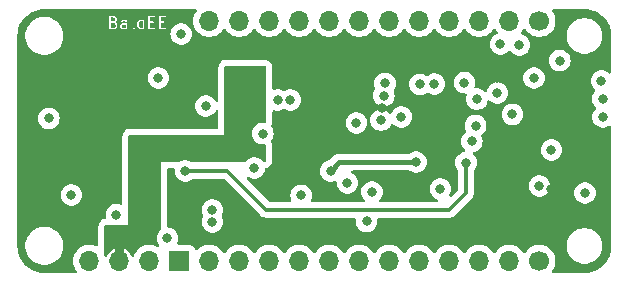
<source format=gbr>
G04 #@! TF.GenerationSoftware,KiCad,Pcbnew,8.0.3*
G04 #@! TF.CreationDate,2024-06-26T11:29:34-05:00*
G04 #@! TF.ProjectId,Bald Sense Wing v3,42616c64-2053-4656-9e73-652057696e67,rev?*
G04 #@! TF.SameCoordinates,Original*
G04 #@! TF.FileFunction,Copper,L3,Inr*
G04 #@! TF.FilePolarity,Positive*
%FSLAX46Y46*%
G04 Gerber Fmt 4.6, Leading zero omitted, Abs format (unit mm)*
G04 Created by KiCad (PCBNEW 8.0.3) date 2024-06-26 11:29:34*
%MOMM*%
%LPD*%
G01*
G04 APERTURE LIST*
%ADD10C,0.127000*%
G04 #@! TA.AperFunction,ComponentPad*
%ADD11C,1.700000*%
G04 #@! TD*
G04 #@! TA.AperFunction,ComponentPad*
%ADD12O,1.700000X1.700000*%
G04 #@! TD*
G04 #@! TA.AperFunction,ComponentPad*
%ADD13R,1.700000X1.700000*%
G04 #@! TD*
G04 #@! TA.AperFunction,ViaPad*
%ADD14C,0.800000*%
G04 #@! TD*
G04 #@! TA.AperFunction,Conductor*
%ADD15C,0.304800*%
G04 #@! TD*
G04 #@! TA.AperFunction,Conductor*
%ADD16C,0.406400*%
G04 #@! TD*
G04 APERTURE END LIST*
D10*
G36*
X33793919Y-26839446D02*
G01*
X33917776Y-26876963D01*
X33948787Y-26904867D01*
X33988836Y-26978073D01*
X33992107Y-27091158D01*
X33959429Y-27163034D01*
X33926431Y-27199708D01*
X33853491Y-27239611D01*
X33543884Y-27243305D01*
X33541989Y-26841876D01*
X33792247Y-26838493D01*
X33793919Y-26839446D01*
G37*
G36*
X33864497Y-26395680D02*
G01*
X33901168Y-26428677D01*
X33941322Y-26502074D01*
X33944004Y-26568412D01*
X33911810Y-26639225D01*
X33878812Y-26675898D01*
X33805848Y-26715815D01*
X33541411Y-26719389D01*
X33539742Y-26365716D01*
X33791116Y-26362318D01*
X33864497Y-26395680D01*
G37*
G36*
X34849586Y-27215697D02*
G01*
X34805773Y-27239666D01*
X34598296Y-27243488D01*
X34529330Y-27212133D01*
X34496199Y-27151573D01*
X34493517Y-27085235D01*
X34523928Y-27018345D01*
X34584129Y-26985410D01*
X34806250Y-26981318D01*
X34818501Y-26985402D01*
X34835371Y-26980781D01*
X34838299Y-26980728D01*
X34839328Y-26979698D01*
X34842397Y-26978858D01*
X34847473Y-26976080D01*
X34849586Y-27215697D01*
G37*
G36*
X36276283Y-26721381D02*
G01*
X36278615Y-27215447D01*
X36234281Y-27239701D01*
X36074088Y-27243307D01*
X36001598Y-27210350D01*
X35964925Y-27177351D01*
X35924991Y-27104355D01*
X35921017Y-26849497D01*
X35954284Y-26776325D01*
X35987281Y-26739654D01*
X36060384Y-26699661D01*
X36220577Y-26696055D01*
X36276283Y-26721381D01*
G37*
G36*
X38364729Y-27477626D02*
G01*
X33306055Y-27477626D01*
X33306055Y-26303015D01*
X33417166Y-26303015D01*
X33422000Y-27327315D01*
X33456366Y-27361681D01*
X33480666Y-27366515D01*
X33853266Y-27362070D01*
X33866120Y-27366355D01*
X33883063Y-27361715D01*
X33885918Y-27361681D01*
X33886947Y-27360651D01*
X33890016Y-27359811D01*
X33973641Y-27314062D01*
X33981157Y-27314062D01*
X34001758Y-27300297D01*
X34004623Y-27297112D01*
X34004827Y-27297001D01*
X34004887Y-27296818D01*
X34040027Y-27257764D01*
X34046080Y-27255747D01*
X34061271Y-27236174D01*
X34063127Y-27232091D01*
X34063141Y-27232076D01*
X34063140Y-27232060D01*
X34102825Y-27144772D01*
X34110760Y-27136838D01*
X34114126Y-27119916D01*
X34115434Y-27117040D01*
X34114973Y-27115658D01*
X34115594Y-27112538D01*
X34114217Y-27064919D01*
X34369547Y-27064919D01*
X34373161Y-27154295D01*
X34369707Y-27164658D01*
X34374251Y-27181253D01*
X34374381Y-27184457D01*
X34375410Y-27185486D01*
X34376251Y-27188555D01*
X34428197Y-27283508D01*
X34432695Y-27297001D01*
X34437706Y-27300890D01*
X34439061Y-27303366D01*
X34442277Y-27304438D01*
X34452268Y-27312192D01*
X34543669Y-27353746D01*
X34551604Y-27361681D01*
X34568525Y-27365047D01*
X34571402Y-27366355D01*
X34572783Y-27365894D01*
X34575904Y-27366515D01*
X34806250Y-27362271D01*
X34818501Y-27366355D01*
X34835371Y-27361734D01*
X34838299Y-27361681D01*
X34839328Y-27360651D01*
X34842397Y-27359811D01*
X34868685Y-27345429D01*
X34884937Y-27361681D01*
X34933537Y-27361681D01*
X34967903Y-27327315D01*
X34972737Y-27303015D01*
X34972285Y-27251766D01*
X34972576Y-27250894D01*
X34972271Y-27250285D01*
X34969011Y-26880634D01*
X34972576Y-26869941D01*
X34968851Y-26862492D01*
X34968193Y-26787853D01*
X34972577Y-26774703D01*
X34967927Y-26757726D01*
X34967903Y-26754905D01*
X34966873Y-26753875D01*
X34966033Y-26750807D01*
X34914084Y-26655850D01*
X34909589Y-26642362D01*
X34904578Y-26638472D01*
X34903223Y-26635996D01*
X34900004Y-26634923D01*
X34890016Y-26627171D01*
X34798614Y-26585616D01*
X34790680Y-26577682D01*
X34773758Y-26574315D01*
X34770882Y-26573008D01*
X34769500Y-26573468D01*
X34766380Y-26572848D01*
X34583284Y-26576968D01*
X34571402Y-26573008D01*
X34554578Y-26577615D01*
X34551604Y-26577682D01*
X34550574Y-26578711D01*
X34547506Y-26579552D01*
X34432695Y-26642362D01*
X34417326Y-26688469D01*
X34439061Y-26731938D01*
X34485168Y-26747307D01*
X34509064Y-26740763D01*
X34584193Y-26699661D01*
X34744386Y-26696055D01*
X34812953Y-26727229D01*
X34845808Y-26787284D01*
X34846242Y-26836573D01*
X34805773Y-26858713D01*
X34583652Y-26862805D01*
X34571402Y-26858722D01*
X34554531Y-26863342D01*
X34551604Y-26863396D01*
X34550574Y-26864425D01*
X34547506Y-26865266D01*
X34452549Y-26917214D01*
X34439061Y-26921710D01*
X34435171Y-26926720D01*
X34432695Y-26928076D01*
X34431622Y-26931294D01*
X34423870Y-26941283D01*
X34382315Y-27032684D01*
X34374381Y-27040619D01*
X34371014Y-27057540D01*
X34369707Y-27060417D01*
X34370167Y-27061798D01*
X34369547Y-27064919D01*
X34114217Y-27064919D01*
X34111659Y-26976501D01*
X34115434Y-26965179D01*
X34110848Y-26948433D01*
X34110760Y-26945381D01*
X34109730Y-26944351D01*
X34108890Y-26941283D01*
X34063141Y-26857657D01*
X34063141Y-26850142D01*
X34049376Y-26829541D01*
X34046191Y-26826675D01*
X34046080Y-26826472D01*
X34045897Y-26826411D01*
X34002890Y-26787714D01*
X33998460Y-26778853D01*
X33983673Y-26770422D01*
X33981156Y-26768158D01*
X33979700Y-26768158D01*
X33976936Y-26766582D01*
X33966024Y-26763276D01*
X33992408Y-26733955D01*
X33998461Y-26731938D01*
X34013652Y-26712365D01*
X34015507Y-26708284D01*
X34015522Y-26708268D01*
X34015522Y-26708251D01*
X34055206Y-26620963D01*
X34063141Y-26613029D01*
X34066507Y-26596107D01*
X34067815Y-26593231D01*
X34067354Y-26591849D01*
X34067975Y-26588729D01*
X34064360Y-26499351D01*
X34067815Y-26488989D01*
X34063270Y-26472394D01*
X34063141Y-26469191D01*
X34062111Y-26468161D01*
X34061271Y-26465093D01*
X34015522Y-26381467D01*
X34015522Y-26373952D01*
X34001757Y-26353351D01*
X33998572Y-26350485D01*
X33998461Y-26350282D01*
X33998278Y-26350221D01*
X33959225Y-26315082D01*
X33957208Y-26309029D01*
X33949459Y-26303015D01*
X35321928Y-26303015D01*
X35326579Y-27151183D01*
X35322088Y-27164658D01*
X35326746Y-27181670D01*
X35326762Y-27184457D01*
X35327791Y-27185486D01*
X35328632Y-27188555D01*
X35380578Y-27283508D01*
X35385076Y-27297001D01*
X35390087Y-27300890D01*
X35391442Y-27303366D01*
X35394658Y-27304438D01*
X35404649Y-27312192D01*
X35523783Y-27366355D01*
X35569890Y-27350986D01*
X35591624Y-27307517D01*
X35576256Y-27261410D01*
X35556683Y-27246219D01*
X35481711Y-27212133D01*
X35448883Y-27152127D01*
X35447099Y-26826824D01*
X35798119Y-26826824D01*
X35802449Y-27104529D01*
X35798279Y-27117040D01*
X35802907Y-27133942D01*
X35802953Y-27136838D01*
X35803982Y-27137867D01*
X35804823Y-27140936D01*
X35850572Y-27224561D01*
X35850572Y-27232076D01*
X35864336Y-27252677D01*
X35867521Y-27255543D01*
X35867633Y-27255747D01*
X35867815Y-27255807D01*
X35906868Y-27290947D01*
X35908886Y-27297001D01*
X35928459Y-27312192D01*
X35932541Y-27314048D01*
X35932556Y-27314061D01*
X35932569Y-27314061D01*
X36019860Y-27353746D01*
X36027795Y-27361681D01*
X36044716Y-27365047D01*
X36047593Y-27366355D01*
X36048974Y-27365894D01*
X36052095Y-27366515D01*
X36235190Y-27362394D01*
X36247073Y-27366355D01*
X36263896Y-27361747D01*
X36266871Y-27361681D01*
X36267900Y-27360651D01*
X36270969Y-27359811D01*
X36297257Y-27345429D01*
X36313509Y-27361681D01*
X36362109Y-27361681D01*
X36396475Y-27327315D01*
X36401309Y-27303015D01*
X36401064Y-27251145D01*
X36401148Y-27250894D01*
X36401062Y-27250722D01*
X36398434Y-26693896D01*
X36401148Y-26688469D01*
X36398369Y-26680132D01*
X36396590Y-26303015D01*
X36750500Y-26303015D01*
X36755334Y-27327315D01*
X36789700Y-27361681D01*
X36814000Y-27366515D01*
X37314490Y-27361681D01*
X37348856Y-27327315D01*
X37348856Y-27278715D01*
X37314490Y-27244349D01*
X37290190Y-27239515D01*
X36877219Y-27243503D01*
X36875323Y-26841876D01*
X37171633Y-26837871D01*
X37205999Y-26803505D01*
X37205999Y-26754905D01*
X37171633Y-26720539D01*
X37147333Y-26715705D01*
X36874745Y-26719389D01*
X36873077Y-26365944D01*
X37314490Y-26361681D01*
X37348856Y-26327315D01*
X37348856Y-26303015D01*
X37655262Y-26303015D01*
X37660096Y-27327315D01*
X37694462Y-27361681D01*
X37718762Y-27366515D01*
X38219252Y-27361681D01*
X38253618Y-27327315D01*
X38253618Y-27278715D01*
X38219252Y-27244349D01*
X38194952Y-27239515D01*
X37781981Y-27243503D01*
X37780085Y-26841876D01*
X38076395Y-26837871D01*
X38110761Y-26803505D01*
X38110761Y-26754905D01*
X38076395Y-26720539D01*
X38052095Y-26715705D01*
X37779507Y-26719389D01*
X37777839Y-26365944D01*
X38219252Y-26361681D01*
X38253618Y-26327315D01*
X38253618Y-26278715D01*
X38219252Y-26244349D01*
X38194952Y-26239515D01*
X37694462Y-26244349D01*
X37660096Y-26278715D01*
X37655262Y-26303015D01*
X37348856Y-26303015D01*
X37348856Y-26278715D01*
X37314490Y-26244349D01*
X37290190Y-26239515D01*
X36789700Y-26244349D01*
X36755334Y-26278715D01*
X36750500Y-26303015D01*
X36396590Y-26303015D01*
X36396475Y-26278715D01*
X36362109Y-26244349D01*
X36313509Y-26244349D01*
X36279143Y-26278715D01*
X36274309Y-26303015D01*
X36275644Y-26585997D01*
X36274805Y-26585616D01*
X36266871Y-26577682D01*
X36249949Y-26574315D01*
X36247073Y-26573008D01*
X36245691Y-26573468D01*
X36242571Y-26572848D01*
X36059475Y-26576968D01*
X36047593Y-26573008D01*
X36030769Y-26577615D01*
X36027795Y-26577682D01*
X36026765Y-26578711D01*
X36023697Y-26579552D01*
X35940072Y-26625301D01*
X35932556Y-26625301D01*
X35911955Y-26639066D01*
X35909089Y-26642250D01*
X35908886Y-26642362D01*
X35908825Y-26642544D01*
X35873686Y-26681597D01*
X35867633Y-26683615D01*
X35852442Y-26703188D01*
X35850585Y-26707270D01*
X35850572Y-26707286D01*
X35850572Y-26707301D01*
X35810887Y-26794589D01*
X35802953Y-26802524D01*
X35799586Y-26819445D01*
X35798279Y-26822322D01*
X35798739Y-26823703D01*
X35798119Y-26826824D01*
X35447099Y-26826824D01*
X35444094Y-26278715D01*
X35409728Y-26244349D01*
X35361128Y-26244349D01*
X35326762Y-26278715D01*
X35321928Y-26303015D01*
X33949459Y-26303015D01*
X33937635Y-26293838D01*
X33933552Y-26291981D01*
X33933537Y-26291968D01*
X33933522Y-26291968D01*
X33846233Y-26252283D01*
X33838299Y-26244349D01*
X33821377Y-26240982D01*
X33818501Y-26239675D01*
X33817119Y-26240135D01*
X33813999Y-26239515D01*
X33456366Y-26244349D01*
X33422000Y-26278715D01*
X33417166Y-26303015D01*
X33306055Y-26303015D01*
X33306055Y-26128404D01*
X38364729Y-26128404D01*
X38364729Y-27477626D01*
G37*
D11*
X69850000Y-46990000D03*
D12*
X67310000Y-46990000D03*
X64770000Y-46990000D03*
X62230000Y-46990000D03*
X59690000Y-46990000D03*
X57150000Y-46990000D03*
X54610000Y-46990000D03*
X52070000Y-46990000D03*
X49530000Y-46990000D03*
X46990000Y-46990000D03*
X44450000Y-46990000D03*
X41910000Y-46990000D03*
D13*
X39370000Y-46990000D03*
D12*
X36830000Y-46990000D03*
X34290000Y-46990000D03*
X31750000Y-46990000D03*
D11*
X69850000Y-26670000D03*
D12*
X67310000Y-26670000D03*
X64770000Y-26670000D03*
X62230000Y-26670000D03*
X59690000Y-26670000D03*
X57150000Y-26670000D03*
X54610000Y-26670000D03*
X52070000Y-26670000D03*
X49530000Y-26670000D03*
X46990000Y-26670000D03*
X44450000Y-26670000D03*
X41910000Y-26670000D03*
D14*
X40132000Y-30988000D03*
X30886400Y-44704000D03*
X28448000Y-37084000D03*
X66293990Y-31496000D03*
X56533603Y-34014733D03*
X32207200Y-26720800D03*
X41148000Y-31750000D03*
X40132000Y-32766000D03*
X70866000Y-40894000D03*
X70358000Y-35306000D03*
X65379600Y-39979600D03*
X70358000Y-33782000D03*
X60909200Y-36880800D03*
X39522400Y-27787600D03*
X47701200Y-33375600D03*
X61468000Y-40894000D03*
X70873802Y-37604000D03*
X54356000Y-35306000D03*
X41605200Y-33883600D03*
X28321000Y-34925000D03*
X42164000Y-43688000D03*
X37592000Y-31496000D03*
X58166000Y-34798000D03*
X34042598Y-43078400D03*
X53594000Y-40386000D03*
X63500000Y-31902400D03*
X30226000Y-41402000D03*
X46431200Y-36220400D03*
X45720000Y-39116000D03*
X69850000Y-40640000D03*
X69392800Y-31496000D03*
X56434200Y-35079810D03*
X38354000Y-45075990D03*
X60960000Y-32004000D03*
X56688200Y-33011706D03*
X68163969Y-28711631D03*
X66548000Y-28625800D03*
X59740800Y-32054800D03*
X71580000Y-30030000D03*
X75240378Y-34798000D03*
X56779342Y-31963705D03*
X44958000Y-32004000D03*
X44958000Y-30988000D03*
X45008800Y-33578800D03*
X63635142Y-38679871D03*
X39877994Y-39370000D03*
X73710800Y-41249600D03*
X55219600Y-43637204D03*
X66294000Y-32765988D03*
X75099924Y-31751087D03*
X67564006Y-34585523D03*
X55676800Y-41148000D03*
X48768000Y-33375600D03*
X49682400Y-41452800D03*
X64551800Y-33299400D03*
X64459699Y-35529099D03*
X42164000Y-42672000D03*
X75212402Y-33274000D03*
X64135002Y-36880800D03*
X52171600Y-39372402D03*
X59418410Y-38618908D03*
D15*
X62230000Y-42672000D02*
X46736000Y-42672000D01*
X63635142Y-41266858D02*
X62230000Y-42672000D01*
X63635142Y-38679871D02*
X63635142Y-41266858D01*
X46736000Y-42672000D02*
X43434000Y-39370000D01*
X43434000Y-39370000D02*
X39877994Y-39370000D01*
D16*
X59418410Y-38618908D02*
X52925094Y-38618908D01*
X52925094Y-38618908D02*
X52171600Y-39372402D01*
G04 #@! TA.AperFunction,Conductor*
G36*
X40786016Y-25674502D02*
G01*
X40832509Y-25728158D01*
X40842613Y-25798432D01*
X40823378Y-25849415D01*
X40711141Y-26021206D01*
X40620703Y-26227386D01*
X40620702Y-26227387D01*
X40565437Y-26445624D01*
X40565436Y-26445630D01*
X40565436Y-26445632D01*
X40546844Y-26670000D01*
X40564645Y-26884826D01*
X40565437Y-26894375D01*
X40620702Y-27112612D01*
X40620703Y-27112613D01*
X40620704Y-27112616D01*
X40709781Y-27315692D01*
X40711141Y-27318793D01*
X40834275Y-27507265D01*
X40834279Y-27507270D01*
X40946261Y-27628913D01*
X40986037Y-27672121D01*
X40986762Y-27672908D01*
X41020875Y-27699459D01*
X41164424Y-27811189D01*
X41362426Y-27918342D01*
X41362427Y-27918342D01*
X41362428Y-27918343D01*
X41474227Y-27956723D01*
X41575365Y-27991444D01*
X41797431Y-28028500D01*
X41797435Y-28028500D01*
X42022565Y-28028500D01*
X42022569Y-28028500D01*
X42244635Y-27991444D01*
X42457574Y-27918342D01*
X42655576Y-27811189D01*
X42833240Y-27672906D01*
X42985722Y-27507268D01*
X43074518Y-27371354D01*
X43128520Y-27325268D01*
X43198868Y-27315692D01*
X43263225Y-27345669D01*
X43285480Y-27371353D01*
X43314679Y-27416045D01*
X43374275Y-27507265D01*
X43374279Y-27507270D01*
X43486261Y-27628913D01*
X43526037Y-27672121D01*
X43526762Y-27672908D01*
X43560875Y-27699459D01*
X43704424Y-27811189D01*
X43902426Y-27918342D01*
X43902427Y-27918342D01*
X43902428Y-27918343D01*
X44014227Y-27956723D01*
X44115365Y-27991444D01*
X44337431Y-28028500D01*
X44337435Y-28028500D01*
X44562565Y-28028500D01*
X44562569Y-28028500D01*
X44784635Y-27991444D01*
X44997574Y-27918342D01*
X45195576Y-27811189D01*
X45373240Y-27672906D01*
X45525722Y-27507268D01*
X45614518Y-27371354D01*
X45668520Y-27325268D01*
X45738868Y-27315692D01*
X45803225Y-27345669D01*
X45825480Y-27371353D01*
X45854679Y-27416045D01*
X45914275Y-27507265D01*
X45914279Y-27507270D01*
X46026261Y-27628913D01*
X46066037Y-27672121D01*
X46066762Y-27672908D01*
X46100875Y-27699459D01*
X46244424Y-27811189D01*
X46442426Y-27918342D01*
X46442427Y-27918342D01*
X46442428Y-27918343D01*
X46554227Y-27956723D01*
X46655365Y-27991444D01*
X46877431Y-28028500D01*
X46877435Y-28028500D01*
X47102565Y-28028500D01*
X47102569Y-28028500D01*
X47324635Y-27991444D01*
X47537574Y-27918342D01*
X47735576Y-27811189D01*
X47913240Y-27672906D01*
X48065722Y-27507268D01*
X48154518Y-27371354D01*
X48208520Y-27325268D01*
X48278868Y-27315692D01*
X48343225Y-27345669D01*
X48365480Y-27371353D01*
X48394679Y-27416045D01*
X48454275Y-27507265D01*
X48454279Y-27507270D01*
X48566261Y-27628913D01*
X48606037Y-27672121D01*
X48606762Y-27672908D01*
X48640875Y-27699459D01*
X48784424Y-27811189D01*
X48982426Y-27918342D01*
X48982427Y-27918342D01*
X48982428Y-27918343D01*
X49094227Y-27956723D01*
X49195365Y-27991444D01*
X49417431Y-28028500D01*
X49417435Y-28028500D01*
X49642565Y-28028500D01*
X49642569Y-28028500D01*
X49864635Y-27991444D01*
X50077574Y-27918342D01*
X50275576Y-27811189D01*
X50453240Y-27672906D01*
X50605722Y-27507268D01*
X50694518Y-27371354D01*
X50748520Y-27325268D01*
X50818868Y-27315692D01*
X50883225Y-27345669D01*
X50905480Y-27371353D01*
X50934679Y-27416045D01*
X50994275Y-27507265D01*
X50994279Y-27507270D01*
X51106261Y-27628913D01*
X51146037Y-27672121D01*
X51146762Y-27672908D01*
X51180875Y-27699459D01*
X51324424Y-27811189D01*
X51522426Y-27918342D01*
X51522427Y-27918342D01*
X51522428Y-27918343D01*
X51634227Y-27956723D01*
X51735365Y-27991444D01*
X51957431Y-28028500D01*
X51957435Y-28028500D01*
X52182565Y-28028500D01*
X52182569Y-28028500D01*
X52404635Y-27991444D01*
X52617574Y-27918342D01*
X52815576Y-27811189D01*
X52993240Y-27672906D01*
X53145722Y-27507268D01*
X53234518Y-27371354D01*
X53288520Y-27325268D01*
X53358868Y-27315692D01*
X53423225Y-27345669D01*
X53445480Y-27371353D01*
X53474679Y-27416045D01*
X53534275Y-27507265D01*
X53534279Y-27507270D01*
X53646261Y-27628913D01*
X53686037Y-27672121D01*
X53686762Y-27672908D01*
X53720875Y-27699459D01*
X53864424Y-27811189D01*
X54062426Y-27918342D01*
X54062427Y-27918342D01*
X54062428Y-27918343D01*
X54174227Y-27956723D01*
X54275365Y-27991444D01*
X54497431Y-28028500D01*
X54497435Y-28028500D01*
X54722565Y-28028500D01*
X54722569Y-28028500D01*
X54944635Y-27991444D01*
X55157574Y-27918342D01*
X55355576Y-27811189D01*
X55533240Y-27672906D01*
X55685722Y-27507268D01*
X55774518Y-27371354D01*
X55828520Y-27325268D01*
X55898868Y-27315692D01*
X55963225Y-27345669D01*
X55985480Y-27371353D01*
X56014679Y-27416045D01*
X56074275Y-27507265D01*
X56074279Y-27507270D01*
X56186261Y-27628913D01*
X56226037Y-27672121D01*
X56226762Y-27672908D01*
X56260875Y-27699459D01*
X56404424Y-27811189D01*
X56602426Y-27918342D01*
X56602427Y-27918342D01*
X56602428Y-27918343D01*
X56714227Y-27956723D01*
X56815365Y-27991444D01*
X57037431Y-28028500D01*
X57037435Y-28028500D01*
X57262565Y-28028500D01*
X57262569Y-28028500D01*
X57484635Y-27991444D01*
X57697574Y-27918342D01*
X57895576Y-27811189D01*
X58073240Y-27672906D01*
X58225722Y-27507268D01*
X58314518Y-27371354D01*
X58368520Y-27325268D01*
X58438868Y-27315692D01*
X58503225Y-27345669D01*
X58525480Y-27371353D01*
X58554679Y-27416045D01*
X58614275Y-27507265D01*
X58614279Y-27507270D01*
X58726261Y-27628913D01*
X58766037Y-27672121D01*
X58766762Y-27672908D01*
X58800875Y-27699459D01*
X58944424Y-27811189D01*
X59142426Y-27918342D01*
X59142427Y-27918342D01*
X59142428Y-27918343D01*
X59254227Y-27956723D01*
X59355365Y-27991444D01*
X59577431Y-28028500D01*
X59577435Y-28028500D01*
X59802565Y-28028500D01*
X59802569Y-28028500D01*
X60024635Y-27991444D01*
X60237574Y-27918342D01*
X60435576Y-27811189D01*
X60613240Y-27672906D01*
X60765722Y-27507268D01*
X60854518Y-27371354D01*
X60908520Y-27325268D01*
X60978868Y-27315692D01*
X61043225Y-27345669D01*
X61065480Y-27371353D01*
X61094679Y-27416045D01*
X61154275Y-27507265D01*
X61154279Y-27507270D01*
X61266261Y-27628913D01*
X61306037Y-27672121D01*
X61306762Y-27672908D01*
X61340875Y-27699459D01*
X61484424Y-27811189D01*
X61682426Y-27918342D01*
X61682427Y-27918342D01*
X61682428Y-27918343D01*
X61794227Y-27956723D01*
X61895365Y-27991444D01*
X62117431Y-28028500D01*
X62117435Y-28028500D01*
X62342565Y-28028500D01*
X62342569Y-28028500D01*
X62564635Y-27991444D01*
X62777574Y-27918342D01*
X62975576Y-27811189D01*
X63153240Y-27672906D01*
X63305722Y-27507268D01*
X63394518Y-27371354D01*
X63448520Y-27325268D01*
X63518868Y-27315692D01*
X63583225Y-27345669D01*
X63605480Y-27371353D01*
X63634679Y-27416045D01*
X63694275Y-27507265D01*
X63694279Y-27507270D01*
X63806261Y-27628913D01*
X63846037Y-27672121D01*
X63846762Y-27672908D01*
X63880875Y-27699459D01*
X64024424Y-27811189D01*
X64222426Y-27918342D01*
X64222427Y-27918342D01*
X64222428Y-27918343D01*
X64334227Y-27956723D01*
X64435365Y-27991444D01*
X64657431Y-28028500D01*
X64657435Y-28028500D01*
X64882565Y-28028500D01*
X64882569Y-28028500D01*
X65104635Y-27991444D01*
X65317574Y-27918342D01*
X65515576Y-27811189D01*
X65693240Y-27672906D01*
X65845722Y-27507268D01*
X65934518Y-27371354D01*
X65988520Y-27325268D01*
X66058868Y-27315692D01*
X66123225Y-27345669D01*
X66145480Y-27371353D01*
X66174679Y-27416045D01*
X66234275Y-27507265D01*
X66234280Y-27507271D01*
X66287652Y-27565248D01*
X66319073Y-27628913D01*
X66311086Y-27699459D01*
X66266227Y-27754488D01*
X66246200Y-27765693D01*
X66091247Y-27834682D01*
X65936744Y-27946935D01*
X65808965Y-28088848D01*
X65808958Y-28088858D01*
X65713476Y-28254238D01*
X65713473Y-28254245D01*
X65654457Y-28435872D01*
X65634496Y-28625800D01*
X65654457Y-28815727D01*
X65682346Y-28901558D01*
X65713473Y-28997356D01*
X65713476Y-28997361D01*
X65808958Y-29162741D01*
X65808965Y-29162751D01*
X65936744Y-29304664D01*
X65972398Y-29330568D01*
X66091248Y-29416918D01*
X66265712Y-29494594D01*
X66452513Y-29534300D01*
X66643487Y-29534300D01*
X66830288Y-29494594D01*
X67004752Y-29416918D01*
X67159253Y-29304666D01*
X67224819Y-29231847D01*
X67285263Y-29194607D01*
X67356247Y-29195958D01*
X67415232Y-29235471D01*
X67420786Y-29243426D01*
X67421050Y-29243235D01*
X67424934Y-29248582D01*
X67552713Y-29390495D01*
X67552716Y-29390497D01*
X67707217Y-29502749D01*
X67881681Y-29580425D01*
X68068482Y-29620131D01*
X68259456Y-29620131D01*
X68446257Y-29580425D01*
X68620721Y-29502749D01*
X68775222Y-29390497D01*
X68848722Y-29308867D01*
X68903003Y-29248582D01*
X68903004Y-29248580D01*
X68903009Y-29248575D01*
X68998496Y-29083187D01*
X69057511Y-28901559D01*
X69077473Y-28711631D01*
X69057511Y-28521703D01*
X68998496Y-28340075D01*
X68903009Y-28174687D01*
X68903007Y-28174685D01*
X68903003Y-28174679D01*
X68775224Y-28032766D01*
X68620721Y-27920513D01*
X68446253Y-27842835D01*
X68353480Y-27823115D01*
X68291007Y-27789387D01*
X68256686Y-27727237D01*
X68261414Y-27656398D01*
X68286975Y-27614534D01*
X68385722Y-27507268D01*
X68474518Y-27371354D01*
X68528520Y-27325268D01*
X68598868Y-27315692D01*
X68663225Y-27345669D01*
X68685480Y-27371353D01*
X68714679Y-27416045D01*
X68774275Y-27507265D01*
X68774279Y-27507270D01*
X68886261Y-27628913D01*
X68926037Y-27672121D01*
X68926762Y-27672908D01*
X68960875Y-27699459D01*
X69104424Y-27811189D01*
X69302426Y-27918342D01*
X69302427Y-27918342D01*
X69302428Y-27918343D01*
X69414227Y-27956723D01*
X69515365Y-27991444D01*
X69737431Y-28028500D01*
X69737435Y-28028500D01*
X69962565Y-28028500D01*
X69962569Y-28028500D01*
X70184635Y-27991444D01*
X70397574Y-27918342D01*
X70575769Y-27821908D01*
X72159500Y-27821908D01*
X72159500Y-28058092D01*
X72196447Y-28291368D01*
X72269432Y-28515992D01*
X72361202Y-28696100D01*
X72376659Y-28726436D01*
X72515484Y-28917512D01*
X72682487Y-29084515D01*
X72808005Y-29175709D01*
X72873567Y-29223343D01*
X73084008Y-29330568D01*
X73308632Y-29403553D01*
X73541908Y-29440500D01*
X73541911Y-29440500D01*
X73778089Y-29440500D01*
X73778092Y-29440500D01*
X74011368Y-29403553D01*
X74235992Y-29330568D01*
X74446433Y-29223343D01*
X74637510Y-29084517D01*
X74804517Y-28917510D01*
X74943343Y-28726433D01*
X75050568Y-28515992D01*
X75123553Y-28291368D01*
X75160500Y-28058092D01*
X75160500Y-27821908D01*
X75123553Y-27588632D01*
X75050568Y-27364008D01*
X74943343Y-27153567D01*
X74804517Y-26962490D01*
X74804515Y-26962487D01*
X74637512Y-26795484D01*
X74446436Y-26656659D01*
X74446435Y-26656658D01*
X74446433Y-26656657D01*
X74235992Y-26549432D01*
X74011368Y-26476447D01*
X73778092Y-26439500D01*
X73541908Y-26439500D01*
X73308632Y-26476447D01*
X73308629Y-26476447D01*
X73308628Y-26476448D01*
X73084008Y-26549432D01*
X73084006Y-26549433D01*
X72873563Y-26656659D01*
X72682487Y-26795484D01*
X72515484Y-26962487D01*
X72376659Y-27153563D01*
X72269433Y-27364006D01*
X72269432Y-27364008D01*
X72204056Y-27565215D01*
X72196447Y-27588632D01*
X72159500Y-27821908D01*
X70575769Y-27821908D01*
X70595576Y-27811189D01*
X70773240Y-27672906D01*
X70925722Y-27507268D01*
X71048860Y-27318791D01*
X71139296Y-27112616D01*
X71194564Y-26894368D01*
X71213156Y-26670000D01*
X71194564Y-26445632D01*
X71167688Y-26339500D01*
X71139297Y-26227387D01*
X71139296Y-26227386D01*
X71139296Y-26227384D01*
X71048860Y-26021209D01*
X70936622Y-25849415D01*
X70916109Y-25781447D01*
X70935598Y-25713178D01*
X70988903Y-25666283D01*
X71042105Y-25654500D01*
X73615125Y-25654500D01*
X73656194Y-25654500D01*
X73663801Y-25654730D01*
X73689761Y-25656300D01*
X73927890Y-25670704D01*
X73942972Y-25672535D01*
X74199469Y-25719540D01*
X74214215Y-25723174D01*
X74463185Y-25800756D01*
X74477397Y-25806147D01*
X74573535Y-25849415D01*
X74715173Y-25913161D01*
X74728639Y-25920227D01*
X74951796Y-26055131D01*
X74964305Y-26063765D01*
X75053117Y-26133345D01*
X75169572Y-26224582D01*
X75180960Y-26234672D01*
X75365327Y-26419039D01*
X75375417Y-26430427D01*
X75536231Y-26635690D01*
X75544870Y-26648207D01*
X75633903Y-26795484D01*
X75679768Y-26871354D01*
X75686838Y-26884826D01*
X75793850Y-27122597D01*
X75799246Y-27136823D01*
X75870039Y-27364006D01*
X75876821Y-27385768D01*
X75880462Y-27400542D01*
X75927462Y-27657016D01*
X75929296Y-27672120D01*
X75945270Y-27936197D01*
X75945500Y-27943805D01*
X75945500Y-31004221D01*
X75925498Y-31072342D01*
X75871842Y-31118835D01*
X75801568Y-31128939D01*
X75736988Y-31099445D01*
X75725864Y-31088532D01*
X75711177Y-31072221D01*
X75556676Y-30959969D01*
X75382212Y-30882293D01*
X75195411Y-30842587D01*
X75004437Y-30842587D01*
X74817635Y-30882293D01*
X74643171Y-30959969D01*
X74488668Y-31072222D01*
X74360889Y-31214135D01*
X74360882Y-31214145D01*
X74265400Y-31379525D01*
X74265397Y-31379532D01*
X74206381Y-31561159D01*
X74186420Y-31751087D01*
X74206381Y-31941014D01*
X74213754Y-31963705D01*
X74265397Y-32122643D01*
X74265400Y-32122648D01*
X74360882Y-32288028D01*
X74360889Y-32288038D01*
X74488668Y-32429951D01*
X74533366Y-32462426D01*
X74576720Y-32518648D01*
X74582795Y-32589384D01*
X74552942Y-32648672D01*
X74473364Y-32737053D01*
X74473360Y-32737058D01*
X74377878Y-32902438D01*
X74377875Y-32902445D01*
X74318859Y-33084072D01*
X74298898Y-33274000D01*
X74318859Y-33463927D01*
X74334492Y-33512038D01*
X74377875Y-33645556D01*
X74377878Y-33645561D01*
X74473360Y-33810941D01*
X74473367Y-33810951D01*
X74601144Y-33952862D01*
X74605637Y-33956907D01*
X74642879Y-34017351D01*
X74641531Y-34088335D01*
X74614967Y-34134857D01*
X74501343Y-34261048D01*
X74501336Y-34261058D01*
X74409259Y-34420541D01*
X74405851Y-34426444D01*
X74403532Y-34433581D01*
X74346835Y-34608072D01*
X74326874Y-34798000D01*
X74346835Y-34987927D01*
X74376691Y-35079810D01*
X74405851Y-35169556D01*
X74425312Y-35203263D01*
X74501336Y-35334941D01*
X74501343Y-35334951D01*
X74629122Y-35476864D01*
X74629125Y-35476866D01*
X74783626Y-35589118D01*
X74958090Y-35666794D01*
X75144891Y-35706500D01*
X75335865Y-35706500D01*
X75522666Y-35666794D01*
X75697130Y-35589118D01*
X75745439Y-35554018D01*
X75812306Y-35530161D01*
X75881458Y-35546241D01*
X75930938Y-35597155D01*
X75945500Y-35655955D01*
X75945500Y-45716194D01*
X75945270Y-45723802D01*
X75929296Y-45987879D01*
X75927462Y-46002983D01*
X75880462Y-46259457D01*
X75876821Y-46274231D01*
X75799246Y-46523176D01*
X75793850Y-46537402D01*
X75686838Y-46775173D01*
X75679768Y-46788645D01*
X75544875Y-47011786D01*
X75536231Y-47024309D01*
X75375417Y-47229572D01*
X75365327Y-47240960D01*
X75180960Y-47425327D01*
X75169572Y-47435417D01*
X74964309Y-47596231D01*
X74951786Y-47604875D01*
X74728645Y-47739768D01*
X74715173Y-47746838D01*
X74477402Y-47853850D01*
X74463176Y-47859246D01*
X74214231Y-47936821D01*
X74199457Y-47940462D01*
X73942983Y-47987462D01*
X73927879Y-47989296D01*
X73663802Y-48005270D01*
X73656194Y-48005500D01*
X71042105Y-48005500D01*
X70973984Y-47985498D01*
X70927491Y-47931842D01*
X70917387Y-47861568D01*
X70936622Y-47810585D01*
X71031500Y-47665362D01*
X71048860Y-47638791D01*
X71139296Y-47432616D01*
X71194564Y-47214368D01*
X71213156Y-46990000D01*
X71194564Y-46765632D01*
X71142199Y-46558848D01*
X71139297Y-46547387D01*
X71139296Y-46547386D01*
X71139296Y-46547384D01*
X71048860Y-46341209D01*
X71031500Y-46314637D01*
X70925724Y-46152734D01*
X70925720Y-46152729D01*
X70780966Y-45995487D01*
X70773240Y-45987094D01*
X70773239Y-45987093D01*
X70773237Y-45987091D01*
X70653367Y-45893792D01*
X70595576Y-45848811D01*
X70397574Y-45741658D01*
X70397572Y-45741657D01*
X70397571Y-45741656D01*
X70184639Y-45668557D01*
X70184630Y-45668555D01*
X70140476Y-45661187D01*
X69962569Y-45631500D01*
X69737431Y-45631500D01*
X69589211Y-45656233D01*
X69515369Y-45668555D01*
X69515360Y-45668557D01*
X69302428Y-45741656D01*
X69302426Y-45741658D01*
X69124239Y-45838088D01*
X69104426Y-45848810D01*
X69104424Y-45848811D01*
X68926762Y-45987091D01*
X68774279Y-46152729D01*
X68685483Y-46288643D01*
X68631479Y-46334731D01*
X68561131Y-46344306D01*
X68496774Y-46314329D01*
X68474517Y-46288643D01*
X68409309Y-46188834D01*
X68385722Y-46152732D01*
X68385721Y-46152731D01*
X68385720Y-46152729D01*
X68240966Y-45995487D01*
X68233240Y-45987094D01*
X68233239Y-45987093D01*
X68233237Y-45987091D01*
X68113367Y-45893792D01*
X68055576Y-45848811D01*
X67857574Y-45741658D01*
X67857572Y-45741657D01*
X67857571Y-45741656D01*
X67644639Y-45668557D01*
X67644630Y-45668555D01*
X67600476Y-45661187D01*
X67422569Y-45631500D01*
X67197431Y-45631500D01*
X67049211Y-45656233D01*
X66975369Y-45668555D01*
X66975360Y-45668557D01*
X66762428Y-45741656D01*
X66762426Y-45741658D01*
X66584239Y-45838088D01*
X66564426Y-45848810D01*
X66564424Y-45848811D01*
X66386762Y-45987091D01*
X66234279Y-46152729D01*
X66145483Y-46288643D01*
X66091479Y-46334731D01*
X66021131Y-46344306D01*
X65956774Y-46314329D01*
X65934517Y-46288643D01*
X65869309Y-46188834D01*
X65845722Y-46152732D01*
X65845721Y-46152731D01*
X65845720Y-46152729D01*
X65700966Y-45995487D01*
X65693240Y-45987094D01*
X65693239Y-45987093D01*
X65693237Y-45987091D01*
X65573367Y-45893792D01*
X65515576Y-45848811D01*
X65317574Y-45741658D01*
X65317572Y-45741657D01*
X65317571Y-45741656D01*
X65104639Y-45668557D01*
X65104630Y-45668555D01*
X65060476Y-45661187D01*
X64882569Y-45631500D01*
X64657431Y-45631500D01*
X64509211Y-45656233D01*
X64435369Y-45668555D01*
X64435360Y-45668557D01*
X64222428Y-45741656D01*
X64222426Y-45741658D01*
X64044239Y-45838088D01*
X64024426Y-45848810D01*
X64024424Y-45848811D01*
X63846762Y-45987091D01*
X63694279Y-46152729D01*
X63605483Y-46288643D01*
X63551479Y-46334731D01*
X63481131Y-46344306D01*
X63416774Y-46314329D01*
X63394517Y-46288643D01*
X63329309Y-46188834D01*
X63305722Y-46152732D01*
X63305721Y-46152731D01*
X63305720Y-46152729D01*
X63160966Y-45995487D01*
X63153240Y-45987094D01*
X63153239Y-45987093D01*
X63153237Y-45987091D01*
X63033367Y-45893792D01*
X62975576Y-45848811D01*
X62777574Y-45741658D01*
X62777572Y-45741657D01*
X62777571Y-45741656D01*
X62564639Y-45668557D01*
X62564630Y-45668555D01*
X62520476Y-45661187D01*
X62342569Y-45631500D01*
X62117431Y-45631500D01*
X61969211Y-45656233D01*
X61895369Y-45668555D01*
X61895360Y-45668557D01*
X61682428Y-45741656D01*
X61682426Y-45741658D01*
X61504239Y-45838088D01*
X61484426Y-45848810D01*
X61484424Y-45848811D01*
X61306762Y-45987091D01*
X61154279Y-46152729D01*
X61065483Y-46288643D01*
X61011479Y-46334731D01*
X60941131Y-46344306D01*
X60876774Y-46314329D01*
X60854517Y-46288643D01*
X60789309Y-46188834D01*
X60765722Y-46152732D01*
X60765721Y-46152731D01*
X60765720Y-46152729D01*
X60620966Y-45995487D01*
X60613240Y-45987094D01*
X60613239Y-45987093D01*
X60613237Y-45987091D01*
X60493367Y-45893792D01*
X60435576Y-45848811D01*
X60237574Y-45741658D01*
X60237572Y-45741657D01*
X60237571Y-45741656D01*
X60024639Y-45668557D01*
X60024630Y-45668555D01*
X59980476Y-45661187D01*
X59802569Y-45631500D01*
X59577431Y-45631500D01*
X59429211Y-45656233D01*
X59355369Y-45668555D01*
X59355360Y-45668557D01*
X59142428Y-45741656D01*
X59142426Y-45741658D01*
X58964239Y-45838088D01*
X58944426Y-45848810D01*
X58944424Y-45848811D01*
X58766762Y-45987091D01*
X58614279Y-46152729D01*
X58525483Y-46288643D01*
X58471479Y-46334731D01*
X58401131Y-46344306D01*
X58336774Y-46314329D01*
X58314517Y-46288643D01*
X58249309Y-46188834D01*
X58225722Y-46152732D01*
X58225721Y-46152731D01*
X58225720Y-46152729D01*
X58080966Y-45995487D01*
X58073240Y-45987094D01*
X58073239Y-45987093D01*
X58073237Y-45987091D01*
X57953367Y-45893792D01*
X57895576Y-45848811D01*
X57697574Y-45741658D01*
X57697572Y-45741657D01*
X57697571Y-45741656D01*
X57484639Y-45668557D01*
X57484630Y-45668555D01*
X57440476Y-45661187D01*
X57262569Y-45631500D01*
X57037431Y-45631500D01*
X56889211Y-45656233D01*
X56815369Y-45668555D01*
X56815360Y-45668557D01*
X56602428Y-45741656D01*
X56602426Y-45741658D01*
X56424239Y-45838088D01*
X56404426Y-45848810D01*
X56404424Y-45848811D01*
X56226762Y-45987091D01*
X56074279Y-46152729D01*
X55985483Y-46288643D01*
X55931479Y-46334731D01*
X55861131Y-46344306D01*
X55796774Y-46314329D01*
X55774517Y-46288643D01*
X55709309Y-46188834D01*
X55685722Y-46152732D01*
X55685721Y-46152731D01*
X55685720Y-46152729D01*
X55540966Y-45995487D01*
X55533240Y-45987094D01*
X55533239Y-45987093D01*
X55533237Y-45987091D01*
X55413367Y-45893792D01*
X55355576Y-45848811D01*
X55157574Y-45741658D01*
X55157572Y-45741657D01*
X55157571Y-45741656D01*
X54944639Y-45668557D01*
X54944630Y-45668555D01*
X54900476Y-45661187D01*
X54722569Y-45631500D01*
X54497431Y-45631500D01*
X54349211Y-45656233D01*
X54275369Y-45668555D01*
X54275360Y-45668557D01*
X54062428Y-45741656D01*
X54062426Y-45741658D01*
X53884239Y-45838088D01*
X53864426Y-45848810D01*
X53864424Y-45848811D01*
X53686762Y-45987091D01*
X53534279Y-46152729D01*
X53445483Y-46288643D01*
X53391479Y-46334731D01*
X53321131Y-46344306D01*
X53256774Y-46314329D01*
X53234517Y-46288643D01*
X53169309Y-46188834D01*
X53145722Y-46152732D01*
X53145721Y-46152731D01*
X53145720Y-46152729D01*
X53000966Y-45995487D01*
X52993240Y-45987094D01*
X52993239Y-45987093D01*
X52993237Y-45987091D01*
X52873367Y-45893792D01*
X52815576Y-45848811D01*
X52617574Y-45741658D01*
X52617572Y-45741657D01*
X52617571Y-45741656D01*
X52404639Y-45668557D01*
X52404630Y-45668555D01*
X52360476Y-45661187D01*
X52182569Y-45631500D01*
X51957431Y-45631500D01*
X51809211Y-45656233D01*
X51735369Y-45668555D01*
X51735360Y-45668557D01*
X51522428Y-45741656D01*
X51522426Y-45741658D01*
X51344239Y-45838088D01*
X51324426Y-45848810D01*
X51324424Y-45848811D01*
X51146762Y-45987091D01*
X50994279Y-46152729D01*
X50905483Y-46288643D01*
X50851479Y-46334731D01*
X50781131Y-46344306D01*
X50716774Y-46314329D01*
X50694517Y-46288643D01*
X50629309Y-46188834D01*
X50605722Y-46152732D01*
X50605721Y-46152731D01*
X50605720Y-46152729D01*
X50460966Y-45995487D01*
X50453240Y-45987094D01*
X50453239Y-45987093D01*
X50453237Y-45987091D01*
X50333367Y-45893792D01*
X50275576Y-45848811D01*
X50077574Y-45741658D01*
X50077572Y-45741657D01*
X50077571Y-45741656D01*
X49864639Y-45668557D01*
X49864630Y-45668555D01*
X49820476Y-45661187D01*
X49642569Y-45631500D01*
X49417431Y-45631500D01*
X49269211Y-45656233D01*
X49195369Y-45668555D01*
X49195360Y-45668557D01*
X48982428Y-45741656D01*
X48982426Y-45741658D01*
X48804239Y-45838088D01*
X48784426Y-45848810D01*
X48784424Y-45848811D01*
X48606762Y-45987091D01*
X48454279Y-46152729D01*
X48365483Y-46288643D01*
X48311479Y-46334731D01*
X48241131Y-46344306D01*
X48176774Y-46314329D01*
X48154517Y-46288643D01*
X48089309Y-46188834D01*
X48065722Y-46152732D01*
X48065721Y-46152731D01*
X48065720Y-46152729D01*
X47920966Y-45995487D01*
X47913240Y-45987094D01*
X47913239Y-45987093D01*
X47913237Y-45987091D01*
X47793367Y-45893792D01*
X47735576Y-45848811D01*
X47537574Y-45741658D01*
X47537572Y-45741657D01*
X47537571Y-45741656D01*
X47324639Y-45668557D01*
X47324630Y-45668555D01*
X47280476Y-45661187D01*
X47102569Y-45631500D01*
X46877431Y-45631500D01*
X46729211Y-45656233D01*
X46655369Y-45668555D01*
X46655360Y-45668557D01*
X46442428Y-45741656D01*
X46442426Y-45741658D01*
X46264239Y-45838088D01*
X46244426Y-45848810D01*
X46244424Y-45848811D01*
X46066762Y-45987091D01*
X45914279Y-46152729D01*
X45825483Y-46288643D01*
X45771479Y-46334731D01*
X45701131Y-46344306D01*
X45636774Y-46314329D01*
X45614517Y-46288643D01*
X45549309Y-46188834D01*
X45525722Y-46152732D01*
X45525721Y-46152731D01*
X45525720Y-46152729D01*
X45380966Y-45995487D01*
X45373240Y-45987094D01*
X45373239Y-45987093D01*
X45373237Y-45987091D01*
X45253367Y-45893792D01*
X45195576Y-45848811D01*
X44997574Y-45741658D01*
X44997572Y-45741657D01*
X44997571Y-45741656D01*
X44784639Y-45668557D01*
X44784630Y-45668555D01*
X44740476Y-45661187D01*
X44562569Y-45631500D01*
X44337431Y-45631500D01*
X44189211Y-45656233D01*
X44115369Y-45668555D01*
X44115360Y-45668557D01*
X43902428Y-45741656D01*
X43902426Y-45741658D01*
X43724239Y-45838088D01*
X43704426Y-45848810D01*
X43704424Y-45848811D01*
X43526762Y-45987091D01*
X43374279Y-46152729D01*
X43285483Y-46288643D01*
X43231479Y-46334731D01*
X43161131Y-46344306D01*
X43096774Y-46314329D01*
X43074517Y-46288643D01*
X43009309Y-46188834D01*
X42985722Y-46152732D01*
X42985721Y-46152731D01*
X42985720Y-46152729D01*
X42840966Y-45995487D01*
X42833240Y-45987094D01*
X42833239Y-45987093D01*
X42833237Y-45987091D01*
X42713367Y-45893792D01*
X42655576Y-45848811D01*
X42457574Y-45741658D01*
X42457572Y-45741657D01*
X42457571Y-45741656D01*
X42244639Y-45668557D01*
X42244630Y-45668555D01*
X42200476Y-45661187D01*
X42022569Y-45631500D01*
X41797431Y-45631500D01*
X41649211Y-45656233D01*
X41575369Y-45668555D01*
X41575360Y-45668557D01*
X41362428Y-45741656D01*
X41362426Y-45741658D01*
X41184239Y-45838088D01*
X41164426Y-45848810D01*
X41164424Y-45848811D01*
X40986762Y-45987091D01*
X40925754Y-46053363D01*
X40864901Y-46089933D01*
X40793936Y-46087798D01*
X40735391Y-46047636D01*
X40714999Y-46012057D01*
X40670889Y-45893797D01*
X40670887Y-45893792D01*
X40583261Y-45776738D01*
X40466207Y-45689112D01*
X40466202Y-45689110D01*
X40329204Y-45638011D01*
X40329196Y-45638009D01*
X40268649Y-45631500D01*
X40268638Y-45631500D01*
X39300559Y-45631500D01*
X39232438Y-45611498D01*
X39224128Y-45601908D01*
X72159500Y-45601908D01*
X72159500Y-45838092D01*
X72196447Y-46071368D01*
X72269432Y-46295992D01*
X72376657Y-46506433D01*
X72376659Y-46506436D01*
X72515484Y-46697512D01*
X72682487Y-46864515D01*
X72682490Y-46864517D01*
X72873567Y-47003343D01*
X73084008Y-47110568D01*
X73308632Y-47183553D01*
X73541908Y-47220500D01*
X73541911Y-47220500D01*
X73778089Y-47220500D01*
X73778092Y-47220500D01*
X74011368Y-47183553D01*
X74235992Y-47110568D01*
X74446433Y-47003343D01*
X74637510Y-46864517D01*
X74804517Y-46697510D01*
X74943343Y-46506433D01*
X75050568Y-46295992D01*
X75123553Y-46071368D01*
X75160500Y-45838092D01*
X75160500Y-45601908D01*
X75123553Y-45368632D01*
X75050568Y-45144008D01*
X74943343Y-44933567D01*
X74804517Y-44742490D01*
X74804515Y-44742487D01*
X74637512Y-44575484D01*
X74446436Y-44436659D01*
X74446435Y-44436658D01*
X74446433Y-44436657D01*
X74235992Y-44329432D01*
X74011368Y-44256447D01*
X73778092Y-44219500D01*
X73541908Y-44219500D01*
X73308632Y-44256447D01*
X73308629Y-44256447D01*
X73308628Y-44256448D01*
X73084008Y-44329432D01*
X73084006Y-44329433D01*
X72873563Y-44436659D01*
X72682487Y-44575484D01*
X72515484Y-44742487D01*
X72376659Y-44933563D01*
X72269433Y-45144006D01*
X72269432Y-45144008D01*
X72204056Y-45345215D01*
X72196447Y-45368632D01*
X72159500Y-45601908D01*
X39224128Y-45601908D01*
X39185945Y-45557842D01*
X39175841Y-45487568D01*
X39187377Y-45454264D01*
X39185840Y-45453580D01*
X39188518Y-45447560D01*
X39188527Y-45447546D01*
X39247542Y-45265918D01*
X39267504Y-45075990D01*
X39247542Y-44886062D01*
X39188527Y-44704434D01*
X39093040Y-44539046D01*
X39093038Y-44539044D01*
X39093034Y-44539038D01*
X38965255Y-44397125D01*
X38810752Y-44284872D01*
X38702683Y-44236757D01*
X38636288Y-44207196D01*
X38636287Y-44207195D01*
X38636283Y-44207194D01*
X38459303Y-44169575D01*
X38396829Y-44135847D01*
X38362508Y-44073697D01*
X38359500Y-44046329D01*
X38359500Y-42672000D01*
X41250496Y-42672000D01*
X41270457Y-42861927D01*
X41300526Y-42954470D01*
X41329473Y-43043556D01*
X41329473Y-43043557D01*
X41329474Y-43043558D01*
X41371876Y-43117001D01*
X41388613Y-43185996D01*
X41371876Y-43242999D01*
X41329474Y-43316441D01*
X41329473Y-43316443D01*
X41329473Y-43316444D01*
X41324126Y-43332900D01*
X41270457Y-43498072D01*
X41250496Y-43688000D01*
X41270457Y-43877927D01*
X41284557Y-43921320D01*
X41329473Y-44059556D01*
X41333195Y-44066003D01*
X41424958Y-44224941D01*
X41424965Y-44224951D01*
X41552744Y-44366864D01*
X41552747Y-44366866D01*
X41707248Y-44479118D01*
X41881712Y-44556794D01*
X42068513Y-44596500D01*
X42259487Y-44596500D01*
X42446288Y-44556794D01*
X42620752Y-44479118D01*
X42775253Y-44366866D01*
X42903040Y-44224944D01*
X42998527Y-44059556D01*
X43057542Y-43877928D01*
X43077504Y-43688000D01*
X43057542Y-43498072D01*
X42998527Y-43316444D01*
X42956123Y-43243000D01*
X42939386Y-43174006D01*
X42956124Y-43116999D01*
X42969809Y-43093296D01*
X42998527Y-43043556D01*
X43057542Y-42861928D01*
X43077504Y-42672000D01*
X43057542Y-42482072D01*
X42998527Y-42300444D01*
X42903040Y-42135056D01*
X42903038Y-42135054D01*
X42903034Y-42135048D01*
X42775255Y-41993135D01*
X42620752Y-41880882D01*
X42446288Y-41803206D01*
X42259487Y-41763500D01*
X42068513Y-41763500D01*
X41881711Y-41803206D01*
X41707247Y-41880882D01*
X41552744Y-41993135D01*
X41424965Y-42135048D01*
X41424958Y-42135058D01*
X41329476Y-42300438D01*
X41329473Y-42300445D01*
X41270457Y-42482072D01*
X41250496Y-42672000D01*
X38359500Y-42672000D01*
X38359500Y-39247500D01*
X38379502Y-39179379D01*
X38433158Y-39132886D01*
X38485500Y-39121500D01*
X38850671Y-39121500D01*
X38918792Y-39141502D01*
X38965285Y-39195158D01*
X38975981Y-39260670D01*
X38964490Y-39370000D01*
X38984451Y-39559927D01*
X39014520Y-39652470D01*
X39043467Y-39741556D01*
X39067601Y-39783357D01*
X39138952Y-39906941D01*
X39138959Y-39906951D01*
X39266738Y-40048864D01*
X39266741Y-40048866D01*
X39421242Y-40161118D01*
X39595706Y-40238794D01*
X39782507Y-40278500D01*
X39973481Y-40278500D01*
X40160282Y-40238794D01*
X40334746Y-40161118D01*
X40480854Y-40054964D01*
X40547722Y-40031105D01*
X40554915Y-40030900D01*
X43108056Y-40030900D01*
X43176177Y-40050902D01*
X43197151Y-40067805D01*
X46218234Y-43088887D01*
X46218255Y-43088910D01*
X46314695Y-43185350D01*
X46314705Y-43185359D01*
X46400971Y-43242999D01*
X46410253Y-43249201D01*
X46422946Y-43257682D01*
X46543223Y-43307502D01*
X46670906Y-43332900D01*
X46670907Y-43332900D01*
X54198142Y-43332900D01*
X54266263Y-43352902D01*
X54312756Y-43406558D01*
X54323452Y-43472070D01*
X54306096Y-43637204D01*
X54326057Y-43827131D01*
X54356126Y-43919674D01*
X54385073Y-44008760D01*
X54385076Y-44008765D01*
X54480558Y-44174145D01*
X54480565Y-44174155D01*
X54608344Y-44316068D01*
X54669599Y-44360572D01*
X54762848Y-44428322D01*
X54937312Y-44505998D01*
X55124113Y-44545704D01*
X55315087Y-44545704D01*
X55501888Y-44505998D01*
X55676352Y-44428322D01*
X55830853Y-44316070D01*
X55917805Y-44219500D01*
X55958634Y-44174155D01*
X55958635Y-44174153D01*
X55958640Y-44174148D01*
X56054127Y-44008760D01*
X56113142Y-43827132D01*
X56133104Y-43637204D01*
X56115748Y-43472070D01*
X56128520Y-43402232D01*
X56177022Y-43350385D01*
X56241058Y-43332900D01*
X62295092Y-43332900D01*
X62295093Y-43332900D01*
X62422777Y-43307502D01*
X62543054Y-43257682D01*
X62651299Y-43185355D01*
X64148497Y-41688157D01*
X64220824Y-41579912D01*
X64270644Y-41459635D01*
X64296042Y-41331951D01*
X64296042Y-41201764D01*
X64296042Y-40640000D01*
X68936496Y-40640000D01*
X68956457Y-40829927D01*
X68972090Y-40878038D01*
X69015473Y-41011556D01*
X69026375Y-41030438D01*
X69110958Y-41176941D01*
X69110965Y-41176951D01*
X69238744Y-41318864D01*
X69264982Y-41337927D01*
X69393248Y-41431118D01*
X69567712Y-41508794D01*
X69754513Y-41548500D01*
X69945487Y-41548500D01*
X70132288Y-41508794D01*
X70306752Y-41431118D01*
X70461253Y-41318866D01*
X70509249Y-41265561D01*
X70523620Y-41249600D01*
X72797296Y-41249600D01*
X72817257Y-41439527D01*
X72843370Y-41519891D01*
X72876273Y-41621156D01*
X72876276Y-41621161D01*
X72971758Y-41786541D01*
X72971765Y-41786551D01*
X73099544Y-41928464D01*
X73113978Y-41938951D01*
X73254048Y-42040718D01*
X73428512Y-42118394D01*
X73615313Y-42158100D01*
X73806287Y-42158100D01*
X73993088Y-42118394D01*
X74167552Y-42040718D01*
X74322053Y-41928466D01*
X74415796Y-41824354D01*
X74449834Y-41786551D01*
X74449835Y-41786549D01*
X74449840Y-41786544D01*
X74545327Y-41621156D01*
X74604342Y-41439528D01*
X74624304Y-41249600D01*
X74604342Y-41059672D01*
X74545327Y-40878044D01*
X74449840Y-40712656D01*
X74449838Y-40712654D01*
X74449834Y-40712648D01*
X74322055Y-40570735D01*
X74167552Y-40458482D01*
X73993088Y-40380806D01*
X73806287Y-40341100D01*
X73615313Y-40341100D01*
X73428511Y-40380806D01*
X73254047Y-40458482D01*
X73099544Y-40570735D01*
X72971765Y-40712648D01*
X72971758Y-40712658D01*
X72876276Y-40878038D01*
X72876273Y-40878045D01*
X72817257Y-41059672D01*
X72797296Y-41249600D01*
X70523620Y-41249600D01*
X70589034Y-41176951D01*
X70589035Y-41176949D01*
X70589040Y-41176944D01*
X70684527Y-41011556D01*
X70743542Y-40829928D01*
X70763504Y-40640000D01*
X70743542Y-40450072D01*
X70684527Y-40268444D01*
X70589040Y-40103056D01*
X70589038Y-40103054D01*
X70589034Y-40103048D01*
X70461255Y-39961135D01*
X70306752Y-39848882D01*
X70132288Y-39771206D01*
X69945487Y-39731500D01*
X69754513Y-39731500D01*
X69567711Y-39771206D01*
X69393247Y-39848882D01*
X69238744Y-39961135D01*
X69110965Y-40103048D01*
X69110958Y-40103058D01*
X69015476Y-40268438D01*
X69015473Y-40268445D01*
X68956457Y-40450072D01*
X68936496Y-40640000D01*
X64296042Y-40640000D01*
X64296042Y-39351965D01*
X64316044Y-39283844D01*
X64328406Y-39267654D01*
X64374182Y-39216815D01*
X64469669Y-39051427D01*
X64528684Y-38869799D01*
X64548646Y-38679871D01*
X64528684Y-38489943D01*
X64469669Y-38308315D01*
X64374182Y-38142927D01*
X64374180Y-38142925D01*
X64374176Y-38142919D01*
X64246397Y-38001006D01*
X64246310Y-38000943D01*
X64246271Y-38000893D01*
X64241490Y-37996588D01*
X64242277Y-37995713D01*
X64202958Y-37944719D01*
X64196884Y-37873983D01*
X64230018Y-37811192D01*
X64291839Y-37776283D01*
X64294116Y-37775775D01*
X64417290Y-37749594D01*
X64591754Y-37671918D01*
X64685235Y-37604000D01*
X69960298Y-37604000D01*
X69980259Y-37793927D01*
X70006272Y-37873983D01*
X70039275Y-37975556D01*
X70039278Y-37975561D01*
X70134760Y-38140941D01*
X70134767Y-38140951D01*
X70262546Y-38282864D01*
X70262549Y-38282866D01*
X70417050Y-38395118D01*
X70591514Y-38472794D01*
X70778315Y-38512500D01*
X70969289Y-38512500D01*
X71156090Y-38472794D01*
X71330554Y-38395118D01*
X71485055Y-38282866D01*
X71517032Y-38247352D01*
X71612836Y-38140951D01*
X71612837Y-38140949D01*
X71612842Y-38140944D01*
X71708329Y-37975556D01*
X71767344Y-37793928D01*
X71787306Y-37604000D01*
X71767344Y-37414072D01*
X71708329Y-37232444D01*
X71612842Y-37067056D01*
X71612840Y-37067054D01*
X71612836Y-37067048D01*
X71485057Y-36925135D01*
X71330554Y-36812882D01*
X71156090Y-36735206D01*
X70969289Y-36695500D01*
X70778315Y-36695500D01*
X70591513Y-36735206D01*
X70417049Y-36812882D01*
X70262546Y-36925135D01*
X70134767Y-37067048D01*
X70134760Y-37067058D01*
X70046189Y-37220468D01*
X70039275Y-37232444D01*
X70032806Y-37252354D01*
X69980259Y-37414072D01*
X69960298Y-37604000D01*
X64685235Y-37604000D01*
X64746255Y-37559666D01*
X64874042Y-37417744D01*
X64969529Y-37252356D01*
X65028544Y-37070728D01*
X65048506Y-36880800D01*
X65028544Y-36690872D01*
X64969529Y-36509244D01*
X64933685Y-36447160D01*
X64916947Y-36378165D01*
X64940167Y-36311073D01*
X64968741Y-36282225D01*
X65070952Y-36207965D01*
X65070954Y-36207963D01*
X65198733Y-36066050D01*
X65198734Y-36066048D01*
X65198739Y-36066043D01*
X65294226Y-35900655D01*
X65353241Y-35719027D01*
X65373203Y-35529099D01*
X65353241Y-35339171D01*
X65294226Y-35157543D01*
X65198739Y-34992155D01*
X65198737Y-34992153D01*
X65198733Y-34992147D01*
X65070954Y-34850234D01*
X64916451Y-34737981D01*
X64741987Y-34660305D01*
X64555186Y-34620599D01*
X64364212Y-34620599D01*
X64177410Y-34660305D01*
X64002946Y-34737981D01*
X63848443Y-34850234D01*
X63720664Y-34992147D01*
X63720657Y-34992157D01*
X63645423Y-35122467D01*
X63625172Y-35157543D01*
X63621269Y-35169556D01*
X63566156Y-35339171D01*
X63546195Y-35529099D01*
X63566156Y-35719026D01*
X63590450Y-35793793D01*
X63625172Y-35900655D01*
X63661016Y-35962739D01*
X63677754Y-36031733D01*
X63654534Y-36098825D01*
X63625958Y-36127674D01*
X63523746Y-36201935D01*
X63395967Y-36343848D01*
X63395960Y-36343858D01*
X63300478Y-36509238D01*
X63300475Y-36509245D01*
X63241459Y-36690872D01*
X63221498Y-36880800D01*
X63241459Y-37070727D01*
X63271528Y-37163270D01*
X63300475Y-37252356D01*
X63300478Y-37252361D01*
X63395960Y-37417741D01*
X63395967Y-37417751D01*
X63523746Y-37559664D01*
X63523749Y-37559667D01*
X63523829Y-37559725D01*
X63523863Y-37559770D01*
X63528654Y-37564083D01*
X63527865Y-37564959D01*
X63567184Y-37615947D01*
X63573260Y-37686683D01*
X63540128Y-37749475D01*
X63478308Y-37784386D01*
X63475967Y-37784907D01*
X63352857Y-37811075D01*
X63178389Y-37888753D01*
X63023886Y-38001006D01*
X62896107Y-38142919D01*
X62896100Y-38142929D01*
X62800618Y-38308309D01*
X62800615Y-38308316D01*
X62741599Y-38489943D01*
X62721638Y-38679871D01*
X62741599Y-38869798D01*
X62771668Y-38962341D01*
X62800615Y-39051427D01*
X62800618Y-39051432D01*
X62859872Y-39154064D01*
X62896102Y-39216815D01*
X62935589Y-39260670D01*
X62941878Y-39267654D01*
X62972595Y-39331662D01*
X62974242Y-39351965D01*
X62974242Y-40940914D01*
X62954240Y-41009035D01*
X62937341Y-41030004D01*
X62672846Y-41294500D01*
X62433868Y-41533478D01*
X62371556Y-41567503D01*
X62300740Y-41562438D01*
X62243905Y-41519891D01*
X62219094Y-41453371D01*
X62234186Y-41383997D01*
X62235609Y-41381459D01*
X62302527Y-41265556D01*
X62361542Y-41083928D01*
X62381504Y-40894000D01*
X62361542Y-40704072D01*
X62302527Y-40522444D01*
X62207040Y-40357056D01*
X62207038Y-40357054D01*
X62207034Y-40357048D01*
X62079255Y-40215135D01*
X61924752Y-40102882D01*
X61750288Y-40025206D01*
X61563487Y-39985500D01*
X61372513Y-39985500D01*
X61185711Y-40025206D01*
X61011247Y-40102882D01*
X60856744Y-40215135D01*
X60728965Y-40357048D01*
X60728958Y-40357058D01*
X60633476Y-40522438D01*
X60633473Y-40522444D01*
X60618999Y-40566986D01*
X60574457Y-40704072D01*
X60554496Y-40894000D01*
X60574457Y-41083927D01*
X60595276Y-41148000D01*
X60633473Y-41265556D01*
X60633476Y-41265561D01*
X60728958Y-41430941D01*
X60728965Y-41430951D01*
X60856744Y-41572864D01*
X60856747Y-41572866D01*
X61011248Y-41685118D01*
X61136321Y-41740803D01*
X61185716Y-41762796D01*
X61191992Y-41764835D01*
X61191218Y-41767214D01*
X61243762Y-41795585D01*
X61278081Y-41857736D01*
X61273350Y-41928575D01*
X61231072Y-41985611D01*
X61164670Y-42010735D01*
X61155088Y-42011100D01*
X56405169Y-42011100D01*
X56337048Y-41991098D01*
X56290555Y-41937442D01*
X56280451Y-41867168D01*
X56309945Y-41802588D01*
X56311533Y-41800790D01*
X56415834Y-41684951D01*
X56415835Y-41684949D01*
X56415840Y-41684944D01*
X56511327Y-41519556D01*
X56570342Y-41337928D01*
X56590304Y-41148000D01*
X56570342Y-40958072D01*
X56511327Y-40776444D01*
X56415840Y-40611056D01*
X56415838Y-40611054D01*
X56415834Y-40611048D01*
X56288055Y-40469135D01*
X56133552Y-40356882D01*
X55959088Y-40279206D01*
X55772287Y-40239500D01*
X55581313Y-40239500D01*
X55394511Y-40279206D01*
X55220047Y-40356882D01*
X55065544Y-40469135D01*
X54937765Y-40611048D01*
X54937758Y-40611058D01*
X54842276Y-40776438D01*
X54842273Y-40776445D01*
X54783257Y-40958072D01*
X54763296Y-41148000D01*
X54783257Y-41337927D01*
X54798227Y-41383997D01*
X54842273Y-41519556D01*
X54850311Y-41533478D01*
X54937758Y-41684941D01*
X54937765Y-41684951D01*
X55042067Y-41800790D01*
X55072785Y-41864797D01*
X55064020Y-41935251D01*
X55018557Y-41989782D01*
X54950830Y-42011077D01*
X54948431Y-42011100D01*
X50627349Y-42011100D01*
X50559228Y-41991098D01*
X50512735Y-41937442D01*
X50502631Y-41867168D01*
X50515209Y-41830821D01*
X50514240Y-41830390D01*
X50516918Y-41824370D01*
X50516927Y-41824356D01*
X50575942Y-41642728D01*
X50595904Y-41452800D01*
X50575942Y-41262872D01*
X50516927Y-41081244D01*
X50421440Y-40915856D01*
X50421438Y-40915854D01*
X50421434Y-40915848D01*
X50293655Y-40773935D01*
X50139152Y-40661682D01*
X49964688Y-40584006D01*
X49777887Y-40544300D01*
X49586913Y-40544300D01*
X49400111Y-40584006D01*
X49225647Y-40661682D01*
X49071144Y-40773935D01*
X48943365Y-40915848D01*
X48943358Y-40915858D01*
X48847876Y-41081238D01*
X48847873Y-41081244D01*
X48847001Y-41083928D01*
X48788857Y-41262872D01*
X48768896Y-41452800D01*
X48788857Y-41642727D01*
X48818926Y-41735270D01*
X48847873Y-41824356D01*
X48847876Y-41824362D01*
X48850560Y-41830390D01*
X48848775Y-41831184D01*
X48863308Y-41891105D01*
X48840082Y-41958195D01*
X48784271Y-42002078D01*
X48737451Y-42011100D01*
X47061943Y-42011100D01*
X46993822Y-41991098D01*
X46972848Y-41974195D01*
X45088062Y-40089408D01*
X45054036Y-40027096D01*
X45059101Y-39956280D01*
X45101648Y-39899445D01*
X45168168Y-39874634D01*
X45237542Y-39889725D01*
X45251208Y-39898370D01*
X45263248Y-39907118D01*
X45437712Y-39984794D01*
X45624513Y-40024500D01*
X45815487Y-40024500D01*
X46002288Y-39984794D01*
X46176752Y-39907118D01*
X46331253Y-39794866D01*
X46379249Y-39741561D01*
X46459034Y-39652951D01*
X46459035Y-39652949D01*
X46459040Y-39652944D01*
X46554527Y-39487556D01*
X46591943Y-39372402D01*
X51258096Y-39372402D01*
X51278057Y-39562329D01*
X51291397Y-39603383D01*
X51337073Y-39743958D01*
X51337076Y-39743963D01*
X51432558Y-39909343D01*
X51432565Y-39909353D01*
X51560344Y-40051266D01*
X51560347Y-40051268D01*
X51714848Y-40163520D01*
X51889312Y-40241196D01*
X52076113Y-40280902D01*
X52267087Y-40280902D01*
X52453888Y-40241196D01*
X52508215Y-40217007D01*
X52578582Y-40207573D01*
X52642880Y-40237679D01*
X52680693Y-40297767D01*
X52684775Y-40345283D01*
X52680496Y-40385999D01*
X52700457Y-40575927D01*
X52721276Y-40640000D01*
X52759473Y-40757556D01*
X52770375Y-40776438D01*
X52854958Y-40922941D01*
X52854965Y-40922951D01*
X52982744Y-41064864D01*
X52982747Y-41064866D01*
X53137248Y-41177118D01*
X53311712Y-41254794D01*
X53498513Y-41294500D01*
X53689487Y-41294500D01*
X53876288Y-41254794D01*
X54050752Y-41177118D01*
X54205253Y-41064866D01*
X54236252Y-41030438D01*
X54333034Y-40922951D01*
X54333035Y-40922949D01*
X54333040Y-40922944D01*
X54428527Y-40757556D01*
X54487542Y-40575928D01*
X54507504Y-40386000D01*
X54487542Y-40196072D01*
X54428527Y-40014444D01*
X54333040Y-39849056D01*
X54333038Y-39849054D01*
X54333034Y-39849048D01*
X54205255Y-39707135D01*
X54050752Y-39594882D01*
X53998716Y-39571714D01*
X53944621Y-39525735D01*
X53923972Y-39457808D01*
X53943324Y-39389500D01*
X53996535Y-39342498D01*
X54049966Y-39330608D01*
X58811409Y-39330608D01*
X58879530Y-39350610D01*
X58885470Y-39354672D01*
X58961658Y-39410026D01*
X59136122Y-39487702D01*
X59322923Y-39527408D01*
X59513897Y-39527408D01*
X59700698Y-39487702D01*
X59875162Y-39410026D01*
X60029663Y-39297774D01*
X60042206Y-39283844D01*
X60157444Y-39155859D01*
X60157445Y-39155857D01*
X60157450Y-39155852D01*
X60252937Y-38990464D01*
X60311952Y-38808836D01*
X60331914Y-38618908D01*
X60311952Y-38428980D01*
X60252937Y-38247352D01*
X60157450Y-38081964D01*
X60157448Y-38081962D01*
X60157444Y-38081956D01*
X60029665Y-37940043D01*
X59875162Y-37827790D01*
X59700698Y-37750114D01*
X59513897Y-37710408D01*
X59322923Y-37710408D01*
X59136121Y-37750114D01*
X58961657Y-37827790D01*
X58885470Y-37883144D01*
X58818602Y-37907003D01*
X58811409Y-37907208D01*
X53001423Y-37907208D01*
X53001403Y-37907207D01*
X52995190Y-37907207D01*
X52854997Y-37907207D01*
X52717498Y-37934558D01*
X52717490Y-37934560D01*
X52704260Y-37940041D01*
X52704259Y-37940042D01*
X52587976Y-37988207D01*
X52471415Y-38066091D01*
X52471408Y-38066096D01*
X52396564Y-38140941D01*
X52372280Y-38165225D01*
X52372277Y-38165228D01*
X52229196Y-38308309D01*
X52099318Y-38438187D01*
X52037006Y-38472212D01*
X52036421Y-38472337D01*
X51889315Y-38503606D01*
X51714847Y-38581284D01*
X51560344Y-38693537D01*
X51432565Y-38835450D01*
X51432558Y-38835460D01*
X51337076Y-39000840D01*
X51337073Y-39000847D01*
X51278057Y-39182474D01*
X51258096Y-39372402D01*
X46591943Y-39372402D01*
X46613542Y-39305928D01*
X46622602Y-39219719D01*
X46649614Y-39154064D01*
X46707835Y-39113433D01*
X46721129Y-39109769D01*
X46721147Y-39109765D01*
X46721157Y-39109764D01*
X46772668Y-39098558D01*
X46876827Y-39063890D01*
X46999782Y-38984871D01*
X46999784Y-38984868D01*
X46999786Y-38984868D01*
X47026184Y-38961993D01*
X47052586Y-38939116D01*
X47148297Y-38828661D01*
X47209014Y-38695713D01*
X47228699Y-38628674D01*
X47228700Y-38628670D01*
X47249500Y-38484000D01*
X47249500Y-37237536D01*
X47249215Y-37220443D01*
X47248940Y-37212186D01*
X47248085Y-37195086D01*
X47217698Y-37052122D01*
X47194246Y-36988320D01*
X47193753Y-36986912D01*
X47193595Y-36986548D01*
X47193593Y-36986542D01*
X47193592Y-36986539D01*
X47149678Y-36905199D01*
X47134918Y-36835757D01*
X47160045Y-36769356D01*
X47166914Y-36761037D01*
X47170240Y-36757344D01*
X47265727Y-36591956D01*
X47324742Y-36410328D01*
X47344704Y-36220400D01*
X47324742Y-36030472D01*
X47265727Y-35848844D01*
X47170240Y-35683456D01*
X47170238Y-35683454D01*
X47170234Y-35683448D01*
X47169931Y-35683112D01*
X47169817Y-35682874D01*
X47166357Y-35678112D01*
X47167228Y-35677478D01*
X47139220Y-35619102D01*
X47147990Y-35548649D01*
X47148928Y-35546541D01*
X47209014Y-35414976D01*
X47228699Y-35347937D01*
X47228700Y-35347933D01*
X47234729Y-35306000D01*
X53442496Y-35306000D01*
X53462457Y-35495927D01*
X53479588Y-35548649D01*
X53521473Y-35677556D01*
X53524543Y-35682874D01*
X53616958Y-35842941D01*
X53616965Y-35842951D01*
X53744744Y-35984864D01*
X53753030Y-35990884D01*
X53899248Y-36097118D01*
X54073712Y-36174794D01*
X54260513Y-36214500D01*
X54451487Y-36214500D01*
X54638288Y-36174794D01*
X54812752Y-36097118D01*
X54967253Y-35984866D01*
X54987178Y-35962737D01*
X55095034Y-35842951D01*
X55095035Y-35842949D01*
X55095040Y-35842944D01*
X55190527Y-35677556D01*
X55249542Y-35495928D01*
X55269504Y-35306000D01*
X55249542Y-35116072D01*
X55237760Y-35079810D01*
X55520696Y-35079810D01*
X55540657Y-35269737D01*
X55566067Y-35347938D01*
X55599673Y-35451366D01*
X55624301Y-35494023D01*
X55695158Y-35616751D01*
X55695165Y-35616761D01*
X55822944Y-35758674D01*
X55822947Y-35758676D01*
X55977448Y-35870928D01*
X56151912Y-35948604D01*
X56338713Y-35988310D01*
X56529687Y-35988310D01*
X56716488Y-35948604D01*
X56890952Y-35870928D01*
X57045453Y-35758676D01*
X57081154Y-35719026D01*
X57173234Y-35616761D01*
X57173235Y-35616759D01*
X57173240Y-35616754D01*
X57268727Y-35451366D01*
X57271043Y-35444235D01*
X57311115Y-35385632D01*
X57376512Y-35357994D01*
X57446469Y-35370100D01*
X57484512Y-35398863D01*
X57554744Y-35476864D01*
X57554747Y-35476866D01*
X57709248Y-35589118D01*
X57883712Y-35666794D01*
X58070513Y-35706500D01*
X58261487Y-35706500D01*
X58448288Y-35666794D01*
X58622752Y-35589118D01*
X58777253Y-35476866D01*
X58800209Y-35451371D01*
X58905034Y-35334951D01*
X58905035Y-35334949D01*
X58905040Y-35334944D01*
X59000527Y-35169556D01*
X59059542Y-34987928D01*
X59079504Y-34798000D01*
X59059542Y-34608072D01*
X59052215Y-34585523D01*
X66650502Y-34585523D01*
X66670463Y-34775450D01*
X66694762Y-34850233D01*
X66729479Y-34957079D01*
X66729482Y-34957084D01*
X66824964Y-35122464D01*
X66824971Y-35122474D01*
X66952750Y-35264387D01*
X66952753Y-35264389D01*
X67107254Y-35376641D01*
X67281718Y-35454317D01*
X67468519Y-35494023D01*
X67659493Y-35494023D01*
X67846294Y-35454317D01*
X68020758Y-35376641D01*
X68175259Y-35264389D01*
X68251678Y-35179517D01*
X68303040Y-35122474D01*
X68303041Y-35122472D01*
X68303046Y-35122467D01*
X68398533Y-34957079D01*
X68457548Y-34775451D01*
X68477510Y-34585523D01*
X68457548Y-34395595D01*
X68398533Y-34213967D01*
X68303046Y-34048579D01*
X68303044Y-34048577D01*
X68303040Y-34048571D01*
X68175261Y-33906658D01*
X68020758Y-33794405D01*
X67846294Y-33716729D01*
X67659493Y-33677023D01*
X67468519Y-33677023D01*
X67281717Y-33716729D01*
X67107253Y-33794405D01*
X66952750Y-33906658D01*
X66824971Y-34048571D01*
X66824964Y-34048581D01*
X66729482Y-34213961D01*
X66729479Y-34213968D01*
X66670463Y-34395595D01*
X66650502Y-34585523D01*
X59052215Y-34585523D01*
X59000527Y-34426444D01*
X58905040Y-34261056D01*
X58905038Y-34261054D01*
X58905034Y-34261048D01*
X58777255Y-34119135D01*
X58622752Y-34006882D01*
X58448288Y-33929206D01*
X58261487Y-33889500D01*
X58070513Y-33889500D01*
X57883711Y-33929206D01*
X57709247Y-34006882D01*
X57554744Y-34119135D01*
X57426965Y-34261048D01*
X57426958Y-34261058D01*
X57331476Y-34426438D01*
X57331469Y-34426452D01*
X57329153Y-34433581D01*
X57289075Y-34492184D01*
X57223676Y-34519816D01*
X57153720Y-34507704D01*
X57115686Y-34478946D01*
X57045452Y-34400943D01*
X56890952Y-34288692D01*
X56716488Y-34211016D01*
X56529687Y-34171310D01*
X56338713Y-34171310D01*
X56151911Y-34211016D01*
X55977447Y-34288692D01*
X55822944Y-34400945D01*
X55695165Y-34542858D01*
X55695158Y-34542868D01*
X55599676Y-34708248D01*
X55599673Y-34708255D01*
X55540657Y-34889882D01*
X55520696Y-35079810D01*
X55237760Y-35079810D01*
X55190527Y-34934444D01*
X55095040Y-34769056D01*
X55095038Y-34769054D01*
X55095034Y-34769048D01*
X54967255Y-34627135D01*
X54812752Y-34514882D01*
X54638288Y-34437206D01*
X54451487Y-34397500D01*
X54260513Y-34397500D01*
X54073711Y-34437206D01*
X53899247Y-34514882D01*
X53744744Y-34627135D01*
X53616965Y-34769048D01*
X53616958Y-34769058D01*
X53521476Y-34934438D01*
X53521473Y-34934444D01*
X53514117Y-34957084D01*
X53462457Y-35116072D01*
X53442496Y-35306000D01*
X47234729Y-35306000D01*
X47249500Y-35203263D01*
X47249500Y-34362773D01*
X47269502Y-34294652D01*
X47323158Y-34248159D01*
X47393432Y-34238055D01*
X47414438Y-34242940D01*
X47418909Y-34244392D01*
X47418912Y-34244394D01*
X47605713Y-34284100D01*
X47796687Y-34284100D01*
X47983488Y-34244394D01*
X48157952Y-34166718D01*
X48160539Y-34164838D01*
X48162288Y-34164214D01*
X48163669Y-34163417D01*
X48163814Y-34163669D01*
X48227404Y-34140980D01*
X48296556Y-34157059D01*
X48308652Y-34164832D01*
X48311248Y-34166718D01*
X48485712Y-34244394D01*
X48672513Y-34284100D01*
X48863487Y-34284100D01*
X49050288Y-34244394D01*
X49224752Y-34166718D01*
X49379253Y-34054466D01*
X49405031Y-34025837D01*
X49507034Y-33912551D01*
X49507035Y-33912549D01*
X49507040Y-33912544D01*
X49602527Y-33747156D01*
X49661542Y-33565528D01*
X49681504Y-33375600D01*
X49661542Y-33185672D01*
X49605017Y-33011706D01*
X55774696Y-33011706D01*
X55794657Y-33201633D01*
X55818171Y-33274000D01*
X55853673Y-33383262D01*
X55853676Y-33383267D01*
X55949158Y-33548647D01*
X55949165Y-33548657D01*
X56076944Y-33690570D01*
X56076947Y-33690572D01*
X56231448Y-33802824D01*
X56405912Y-33880500D01*
X56592713Y-33920206D01*
X56783687Y-33920206D01*
X56970488Y-33880500D01*
X57144952Y-33802824D01*
X57299453Y-33690572D01*
X57317111Y-33670961D01*
X57427234Y-33548657D01*
X57427235Y-33548655D01*
X57427240Y-33548650D01*
X57522727Y-33383262D01*
X57581742Y-33201634D01*
X57601704Y-33011706D01*
X57581742Y-32821778D01*
X57522727Y-32640150D01*
X57516658Y-32629638D01*
X57499919Y-32560643D01*
X57516657Y-32503636D01*
X57518382Y-32500649D01*
X57613869Y-32335261D01*
X57672884Y-32153633D01*
X57683272Y-32054800D01*
X58827296Y-32054800D01*
X58847257Y-32244727D01*
X58856756Y-32273961D01*
X58906273Y-32426356D01*
X58906276Y-32426361D01*
X59001758Y-32591741D01*
X59001765Y-32591751D01*
X59129544Y-32733664D01*
X59174034Y-32765988D01*
X59284048Y-32845918D01*
X59458512Y-32923594D01*
X59645313Y-32963300D01*
X59836287Y-32963300D01*
X60023088Y-32923594D01*
X60197552Y-32845918D01*
X60311302Y-32763272D01*
X60378165Y-32739417D01*
X60447316Y-32755496D01*
X60459421Y-32763276D01*
X60503243Y-32795115D01*
X60503245Y-32795116D01*
X60503248Y-32795118D01*
X60677712Y-32872794D01*
X60864513Y-32912500D01*
X61055487Y-32912500D01*
X61242288Y-32872794D01*
X61416752Y-32795118D01*
X61571253Y-32682866D01*
X61576688Y-32676830D01*
X61699034Y-32540951D01*
X61699035Y-32540949D01*
X61699040Y-32540944D01*
X61794527Y-32375556D01*
X61853542Y-32193928D01*
X61873504Y-32004000D01*
X61862826Y-31902400D01*
X62586496Y-31902400D01*
X62606457Y-32092327D01*
X62626377Y-32153632D01*
X62665473Y-32273956D01*
X62673599Y-32288031D01*
X62760958Y-32439341D01*
X62760965Y-32439351D01*
X62888744Y-32581264D01*
X62928597Y-32610219D01*
X63043248Y-32693518D01*
X63217712Y-32771194D01*
X63404513Y-32810900D01*
X63581846Y-32810900D01*
X63649967Y-32830902D01*
X63696460Y-32884558D01*
X63706564Y-32954832D01*
X63701679Y-32975837D01*
X63658257Y-33109472D01*
X63638296Y-33299400D01*
X63658257Y-33489327D01*
X63680995Y-33559306D01*
X63717273Y-33670956D01*
X63717276Y-33670961D01*
X63812758Y-33836341D01*
X63812765Y-33836351D01*
X63940544Y-33978264D01*
X63940547Y-33978266D01*
X64095048Y-34090518D01*
X64269512Y-34168194D01*
X64456313Y-34207900D01*
X64647287Y-34207900D01*
X64834088Y-34168194D01*
X65008552Y-34090518D01*
X65163053Y-33978266D01*
X65207227Y-33929206D01*
X65290834Y-33836351D01*
X65290835Y-33836349D01*
X65290840Y-33836344D01*
X65386327Y-33670956D01*
X65445342Y-33489328D01*
X65445342Y-33489326D01*
X65445343Y-33489324D01*
X65446716Y-33482867D01*
X65449472Y-33483452D01*
X65471704Y-33429280D01*
X65529890Y-33388599D01*
X65600832Y-33385833D01*
X65662009Y-33421860D01*
X65663706Y-33423708D01*
X65673503Y-33434588D01*
X65682747Y-33444854D01*
X65837248Y-33557106D01*
X66011712Y-33634782D01*
X66198513Y-33674488D01*
X66389487Y-33674488D01*
X66576288Y-33634782D01*
X66750752Y-33557106D01*
X66905253Y-33444854D01*
X66960711Y-33383262D01*
X67033034Y-33302939D01*
X67033035Y-33302937D01*
X67033040Y-33302932D01*
X67128527Y-33137544D01*
X67187542Y-32955916D01*
X67207504Y-32765988D01*
X67187542Y-32576060D01*
X67128527Y-32394432D01*
X67033040Y-32229044D01*
X67033038Y-32229042D01*
X67033034Y-32229036D01*
X66905255Y-32087123D01*
X66750752Y-31974870D01*
X66576288Y-31897194D01*
X66389487Y-31857488D01*
X66198513Y-31857488D01*
X66011711Y-31897194D01*
X65837247Y-31974870D01*
X65682744Y-32087123D01*
X65554965Y-32229036D01*
X65554958Y-32229046D01*
X65459476Y-32394426D01*
X65459473Y-32394433D01*
X65400456Y-32576063D01*
X65399084Y-32582521D01*
X65396350Y-32581939D01*
X65374012Y-32636210D01*
X65315784Y-32676830D01*
X65244839Y-32679522D01*
X65183700Y-32643430D01*
X65182093Y-32641679D01*
X65163053Y-32620534D01*
X65008552Y-32508282D01*
X64834088Y-32430606D01*
X64647287Y-32390900D01*
X64469954Y-32390900D01*
X64401833Y-32370898D01*
X64355340Y-32317242D01*
X64345236Y-32246968D01*
X64350121Y-32225963D01*
X64360530Y-32193927D01*
X64393542Y-32092328D01*
X64413504Y-31902400D01*
X64393542Y-31712472D01*
X64334527Y-31530844D01*
X64314410Y-31496000D01*
X68479296Y-31496000D01*
X68499257Y-31685927D01*
X68527802Y-31773777D01*
X68558273Y-31867556D01*
X68558276Y-31867561D01*
X68653758Y-32032941D01*
X68653765Y-32032951D01*
X68781544Y-32174864D01*
X68781547Y-32174866D01*
X68936048Y-32287118D01*
X69110512Y-32364794D01*
X69297313Y-32404500D01*
X69488287Y-32404500D01*
X69675088Y-32364794D01*
X69849552Y-32287118D01*
X70004053Y-32174866D01*
X70051077Y-32122641D01*
X70131834Y-32032951D01*
X70131835Y-32032949D01*
X70131840Y-32032944D01*
X70227327Y-31867556D01*
X70286342Y-31685928D01*
X70306304Y-31496000D01*
X70286342Y-31306072D01*
X70227327Y-31124444D01*
X70131840Y-30959056D01*
X70131838Y-30959054D01*
X70131834Y-30959048D01*
X70004055Y-30817135D01*
X69849552Y-30704882D01*
X69675088Y-30627206D01*
X69488287Y-30587500D01*
X69297313Y-30587500D01*
X69110511Y-30627206D01*
X68936047Y-30704882D01*
X68781544Y-30817135D01*
X68653765Y-30959048D01*
X68653758Y-30959058D01*
X68572706Y-31099445D01*
X68558273Y-31124444D01*
X68543799Y-31168986D01*
X68499257Y-31306072D01*
X68479296Y-31496000D01*
X64314410Y-31496000D01*
X64239040Y-31365456D01*
X64239038Y-31365454D01*
X64239034Y-31365448D01*
X64111255Y-31223535D01*
X63956752Y-31111282D01*
X63782288Y-31033606D01*
X63595487Y-30993900D01*
X63404513Y-30993900D01*
X63217711Y-31033606D01*
X63043247Y-31111282D01*
X62888744Y-31223535D01*
X62760965Y-31365448D01*
X62760958Y-31365458D01*
X62665476Y-31530838D01*
X62665473Y-31530845D01*
X62606457Y-31712472D01*
X62586496Y-31902400D01*
X61862826Y-31902400D01*
X61853542Y-31814072D01*
X61794527Y-31632444D01*
X61699040Y-31467056D01*
X61699038Y-31467054D01*
X61699034Y-31467048D01*
X61571255Y-31325135D01*
X61416752Y-31212882D01*
X61242288Y-31135206D01*
X61055487Y-31095500D01*
X60864513Y-31095500D01*
X60677711Y-31135206D01*
X60503247Y-31212882D01*
X60389501Y-31295524D01*
X60322633Y-31319383D01*
X60253482Y-31303302D01*
X60241379Y-31295524D01*
X60197554Y-31263683D01*
X60197553Y-31263682D01*
X60023088Y-31186006D01*
X59836287Y-31146300D01*
X59645313Y-31146300D01*
X59458511Y-31186006D01*
X59284047Y-31263682D01*
X59129544Y-31375935D01*
X59001765Y-31517848D01*
X59001758Y-31517858D01*
X58906276Y-31683238D01*
X58906273Y-31683244D01*
X58905401Y-31685928D01*
X58847257Y-31864872D01*
X58827296Y-32054800D01*
X57683272Y-32054800D01*
X57692846Y-31963705D01*
X57672884Y-31773777D01*
X57613869Y-31592149D01*
X57518382Y-31426761D01*
X57518380Y-31426759D01*
X57518376Y-31426753D01*
X57390597Y-31284840D01*
X57236094Y-31172587D01*
X57061630Y-31094911D01*
X56874829Y-31055205D01*
X56683855Y-31055205D01*
X56497053Y-31094911D01*
X56322589Y-31172587D01*
X56168086Y-31284840D01*
X56040307Y-31426753D01*
X56040300Y-31426763D01*
X55944818Y-31592143D01*
X55944815Y-31592150D01*
X55885799Y-31773777D01*
X55865838Y-31963705D01*
X55885799Y-32153632D01*
X55910300Y-32229036D01*
X55944815Y-32335261D01*
X55944816Y-32335262D01*
X55944817Y-32335266D01*
X55950886Y-32345777D01*
X55967622Y-32414773D01*
X55950884Y-32471774D01*
X55853676Y-32640144D01*
X55853673Y-32640150D01*
X55850904Y-32648672D01*
X55794657Y-32821778D01*
X55774696Y-33011706D01*
X49605017Y-33011706D01*
X49602527Y-33004044D01*
X49507040Y-32838656D01*
X49507038Y-32838654D01*
X49507034Y-32838648D01*
X49379255Y-32696735D01*
X49224752Y-32584482D01*
X49050288Y-32506806D01*
X48863487Y-32467100D01*
X48672513Y-32467100D01*
X48485711Y-32506806D01*
X48406204Y-32542205D01*
X48315653Y-32582521D01*
X48311244Y-32584484D01*
X48308655Y-32586365D01*
X48306902Y-32586990D01*
X48305524Y-32587786D01*
X48305378Y-32587533D01*
X48241785Y-32610219D01*
X48172635Y-32594134D01*
X48160545Y-32586365D01*
X48157955Y-32584484D01*
X48157954Y-32584483D01*
X48157952Y-32584482D01*
X47983488Y-32506806D01*
X47796687Y-32467100D01*
X47605713Y-32467100D01*
X47418905Y-32506807D01*
X47414428Y-32508262D01*
X47343460Y-32510284D01*
X47282665Y-32473618D01*
X47251344Y-32409903D01*
X47249500Y-32388426D01*
X47249500Y-30604004D01*
X47249499Y-30603992D01*
X47247726Y-30587500D01*
X47237764Y-30494843D01*
X47226558Y-30443332D01*
X47191890Y-30339173D01*
X47112871Y-30216218D01*
X47112870Y-30216217D01*
X47112869Y-30216215D01*
X47112868Y-30216213D01*
X47067119Y-30163417D01*
X47050347Y-30148884D01*
X46956661Y-30067703D01*
X46874106Y-30030000D01*
X70666496Y-30030000D01*
X70686457Y-30219927D01*
X70716526Y-30312470D01*
X70745473Y-30401556D01*
X70745476Y-30401561D01*
X70840958Y-30566941D01*
X70840965Y-30566951D01*
X70968744Y-30708864D01*
X70968747Y-30708866D01*
X71123248Y-30821118D01*
X71297712Y-30898794D01*
X71484513Y-30938500D01*
X71675487Y-30938500D01*
X71862288Y-30898794D01*
X72036752Y-30821118D01*
X72191253Y-30708866D01*
X72285682Y-30603992D01*
X72319034Y-30566951D01*
X72319035Y-30566949D01*
X72319040Y-30566944D01*
X72414527Y-30401556D01*
X72473542Y-30219928D01*
X72493504Y-30030000D01*
X72473542Y-29840072D01*
X72414527Y-29658444D01*
X72319040Y-29493056D01*
X72319038Y-29493054D01*
X72319034Y-29493048D01*
X72191255Y-29351135D01*
X72036752Y-29238882D01*
X71862288Y-29161206D01*
X71675487Y-29121500D01*
X71484513Y-29121500D01*
X71297711Y-29161206D01*
X71123247Y-29238882D01*
X70968744Y-29351135D01*
X70840965Y-29493048D01*
X70840958Y-29493058D01*
X70745476Y-29658438D01*
X70745473Y-29658445D01*
X70686457Y-29840072D01*
X70666496Y-30030000D01*
X46874106Y-30030000D01*
X46823715Y-30006986D01*
X46756679Y-29987302D01*
X46756675Y-29987301D01*
X46756672Y-29987300D01*
X46756670Y-29987300D01*
X46612000Y-29966500D01*
X43304000Y-29966500D01*
X43303992Y-29966500D01*
X43210104Y-29976595D01*
X43194843Y-29978236D01*
X43194841Y-29978236D01*
X43194835Y-29978237D01*
X43143332Y-29989441D01*
X43039174Y-30024109D01*
X42916215Y-30103130D01*
X42916213Y-30103131D01*
X42863417Y-30148880D01*
X42767704Y-30259337D01*
X42767703Y-30259338D01*
X42706986Y-30392284D01*
X42687302Y-30459320D01*
X42687301Y-30459324D01*
X42687301Y-30459326D01*
X42687300Y-30459330D01*
X42666502Y-30603992D01*
X42666500Y-30604003D01*
X42666500Y-33434588D01*
X42646498Y-33502709D01*
X42592842Y-33549202D01*
X42522568Y-33559306D01*
X42457988Y-33529812D01*
X42431381Y-33497588D01*
X42365377Y-33383267D01*
X42344240Y-33346656D01*
X42344238Y-33346654D01*
X42344234Y-33346648D01*
X42216455Y-33204735D01*
X42061952Y-33092482D01*
X41887488Y-33014806D01*
X41700687Y-32975100D01*
X41509713Y-32975100D01*
X41322911Y-33014806D01*
X41148447Y-33092482D01*
X40993944Y-33204735D01*
X40866165Y-33346648D01*
X40866158Y-33346658D01*
X40770676Y-33512038D01*
X40770673Y-33512045D01*
X40711657Y-33693672D01*
X40691696Y-33883600D01*
X40711657Y-34073527D01*
X40738799Y-34157059D01*
X40770673Y-34255156D01*
X40770676Y-34255161D01*
X40866158Y-34420541D01*
X40866165Y-34420551D01*
X40993944Y-34562464D01*
X40993947Y-34562466D01*
X41148448Y-34674718D01*
X41322912Y-34752394D01*
X41509713Y-34792100D01*
X41700687Y-34792100D01*
X41887488Y-34752394D01*
X42061952Y-34674718D01*
X42216453Y-34562466D01*
X42224576Y-34553445D01*
X42344234Y-34420551D01*
X42344235Y-34420549D01*
X42344240Y-34420544D01*
X42431381Y-34269610D01*
X42482763Y-34220618D01*
X42552477Y-34207182D01*
X42618388Y-34233568D01*
X42659570Y-34291400D01*
X42666500Y-34332611D01*
X42666500Y-35682500D01*
X42646498Y-35750621D01*
X42592842Y-35797114D01*
X42540500Y-35808500D01*
X35175992Y-35808500D01*
X35082104Y-35818595D01*
X35066843Y-35820236D01*
X35066841Y-35820236D01*
X35066835Y-35820237D01*
X35015332Y-35831441D01*
X34911174Y-35866109D01*
X34788215Y-35945130D01*
X34788213Y-35945131D01*
X34735417Y-35990880D01*
X34639704Y-36101337D01*
X34639703Y-36101338D01*
X34578986Y-36234284D01*
X34559302Y-36301320D01*
X34559301Y-36301324D01*
X34538500Y-36446003D01*
X34538500Y-42110689D01*
X34518498Y-42178810D01*
X34464842Y-42225303D01*
X34394568Y-42235407D01*
X34361253Y-42225797D01*
X34324886Y-42209606D01*
X34138085Y-42169900D01*
X33947111Y-42169900D01*
X33760309Y-42209606D01*
X33585845Y-42287282D01*
X33431342Y-42399535D01*
X33303563Y-42541448D01*
X33303556Y-42541458D01*
X33208074Y-42706838D01*
X33208071Y-42706845D01*
X33149055Y-42888472D01*
X33129094Y-43078400D01*
X33149055Y-43268326D01*
X33151207Y-43274948D01*
X33153233Y-43345916D01*
X33116570Y-43406713D01*
X33052858Y-43438038D01*
X33044851Y-43439159D01*
X33034843Y-43440236D01*
X33034841Y-43440236D01*
X33034835Y-43440237D01*
X32983332Y-43451441D01*
X32879174Y-43486109D01*
X32756215Y-43565130D01*
X32756213Y-43565131D01*
X32703417Y-43610880D01*
X32607704Y-43721337D01*
X32607703Y-43721338D01*
X32546986Y-43854284D01*
X32527302Y-43921320D01*
X32527301Y-43921324D01*
X32527301Y-43921326D01*
X32527300Y-43921330D01*
X32507427Y-44059556D01*
X32506500Y-44066003D01*
X32506500Y-45643267D01*
X32486498Y-45711388D01*
X32432842Y-45757881D01*
X32362568Y-45767985D01*
X32320533Y-45754082D01*
X32297575Y-45741658D01*
X32297571Y-45741656D01*
X32084639Y-45668557D01*
X32084630Y-45668555D01*
X32040476Y-45661187D01*
X31862569Y-45631500D01*
X31637431Y-45631500D01*
X31489211Y-45656233D01*
X31415369Y-45668555D01*
X31415360Y-45668557D01*
X31202428Y-45741656D01*
X31202426Y-45741658D01*
X31024239Y-45838088D01*
X31004426Y-45848810D01*
X31004424Y-45848811D01*
X30826762Y-45987091D01*
X30674279Y-46152729D01*
X30674275Y-46152734D01*
X30551141Y-46341206D01*
X30460703Y-46547386D01*
X30460702Y-46547387D01*
X30405437Y-46765624D01*
X30405436Y-46765630D01*
X30405436Y-46765632D01*
X30386844Y-46990000D01*
X30402882Y-47183551D01*
X30405437Y-47214375D01*
X30460702Y-47432612D01*
X30460703Y-47432613D01*
X30460704Y-47432616D01*
X30532472Y-47596231D01*
X30551141Y-47638793D01*
X30663378Y-47810585D01*
X30683891Y-47878553D01*
X30664402Y-47946822D01*
X30611097Y-47993717D01*
X30557895Y-48005500D01*
X27943806Y-48005500D01*
X27936198Y-48005270D01*
X27672120Y-47989296D01*
X27657016Y-47987462D01*
X27400542Y-47940462D01*
X27385772Y-47936822D01*
X27174766Y-47871069D01*
X27136823Y-47859246D01*
X27122597Y-47853850D01*
X26884826Y-47746838D01*
X26871354Y-47739768D01*
X26648207Y-47604870D01*
X26635690Y-47596231D01*
X26430427Y-47435417D01*
X26419039Y-47425327D01*
X26234672Y-47240960D01*
X26224582Y-47229572D01*
X26212676Y-47214375D01*
X26063765Y-47024305D01*
X26055131Y-47011796D01*
X25920227Y-46788639D01*
X25913161Y-46775173D01*
X25908867Y-46765632D01*
X25806147Y-46537397D01*
X25800756Y-46523185D01*
X25723174Y-46274215D01*
X25719540Y-46259469D01*
X25672535Y-46002972D01*
X25670704Y-45987890D01*
X25654730Y-45723801D01*
X25654500Y-45716194D01*
X25654500Y-45594038D01*
X26339500Y-45594038D01*
X26339500Y-45845962D01*
X26378142Y-46089933D01*
X26378911Y-46094790D01*
X26450244Y-46314329D01*
X26456759Y-46334379D01*
X26571130Y-46558845D01*
X26719207Y-46762656D01*
X26719209Y-46762658D01*
X26719211Y-46762661D01*
X26897338Y-46940788D01*
X26897341Y-46940790D01*
X26897344Y-46940793D01*
X27101155Y-47088870D01*
X27325621Y-47203241D01*
X27565215Y-47281090D01*
X27814038Y-47320500D01*
X27814041Y-47320500D01*
X28065959Y-47320500D01*
X28065962Y-47320500D01*
X28314785Y-47281090D01*
X28554379Y-47203241D01*
X28778845Y-47088870D01*
X28982656Y-46940793D01*
X29160793Y-46762656D01*
X29308870Y-46558845D01*
X29423241Y-46334379D01*
X29501090Y-46094785D01*
X29540500Y-45845962D01*
X29540500Y-45594038D01*
X29501090Y-45345215D01*
X29423241Y-45105621D01*
X29308870Y-44881155D01*
X29160793Y-44677344D01*
X29160790Y-44677341D01*
X29160788Y-44677338D01*
X28982661Y-44499211D01*
X28982658Y-44499209D01*
X28982656Y-44499207D01*
X28778845Y-44351130D01*
X28554379Y-44236759D01*
X28554376Y-44236758D01*
X28554374Y-44236757D01*
X28314790Y-44158911D01*
X28314786Y-44158910D01*
X28314785Y-44158910D01*
X28065962Y-44119500D01*
X27814038Y-44119500D01*
X27565215Y-44158910D01*
X27565209Y-44158911D01*
X27325625Y-44236757D01*
X27325619Y-44236760D01*
X27101151Y-44351132D01*
X26897341Y-44499209D01*
X26897338Y-44499211D01*
X26719211Y-44677338D01*
X26719209Y-44677341D01*
X26571132Y-44881151D01*
X26456760Y-45105619D01*
X26456757Y-45105625D01*
X26378911Y-45345209D01*
X26378910Y-45345214D01*
X26378910Y-45345215D01*
X26339500Y-45594038D01*
X25654500Y-45594038D01*
X25654500Y-41402000D01*
X29312496Y-41402000D01*
X29332457Y-41591927D01*
X29348964Y-41642728D01*
X29391473Y-41773556D01*
X29419841Y-41822691D01*
X29486958Y-41938941D01*
X29486965Y-41938951D01*
X29614744Y-42080864D01*
X29614747Y-42080866D01*
X29769248Y-42193118D01*
X29943712Y-42270794D01*
X30130513Y-42310500D01*
X30321487Y-42310500D01*
X30508288Y-42270794D01*
X30682752Y-42193118D01*
X30837253Y-42080866D01*
X30837255Y-42080864D01*
X30965034Y-41938951D01*
X30965035Y-41938949D01*
X30965040Y-41938944D01*
X31060527Y-41773556D01*
X31119542Y-41591928D01*
X31139504Y-41402000D01*
X31119542Y-41212072D01*
X31060527Y-41030444D01*
X30965040Y-40865056D01*
X30965038Y-40865054D01*
X30965034Y-40865048D01*
X30837255Y-40723135D01*
X30682752Y-40610882D01*
X30508288Y-40533206D01*
X30321487Y-40493500D01*
X30130513Y-40493500D01*
X29943711Y-40533206D01*
X29769247Y-40610882D01*
X29614744Y-40723135D01*
X29486965Y-40865048D01*
X29486958Y-40865058D01*
X29391476Y-41030438D01*
X29391473Y-41030445D01*
X29332457Y-41212072D01*
X29312496Y-41402000D01*
X25654500Y-41402000D01*
X25654500Y-34925000D01*
X27407496Y-34925000D01*
X27427457Y-35114927D01*
X27441305Y-35157544D01*
X27486473Y-35296556D01*
X27486476Y-35296561D01*
X27581958Y-35461941D01*
X27581965Y-35461951D01*
X27709744Y-35603864D01*
X27727486Y-35616754D01*
X27864248Y-35716118D01*
X28038712Y-35793794D01*
X28225513Y-35833500D01*
X28416487Y-35833500D01*
X28603288Y-35793794D01*
X28777752Y-35716118D01*
X28932253Y-35603866D01*
X28945533Y-35589117D01*
X29060034Y-35461951D01*
X29060035Y-35461949D01*
X29060040Y-35461944D01*
X29155527Y-35296556D01*
X29214542Y-35114928D01*
X29234504Y-34925000D01*
X29214542Y-34735072D01*
X29155527Y-34553444D01*
X29060040Y-34388056D01*
X29060038Y-34388054D01*
X29060034Y-34388048D01*
X28932255Y-34246135D01*
X28777752Y-34133882D01*
X28603288Y-34056206D01*
X28416487Y-34016500D01*
X28225513Y-34016500D01*
X28038711Y-34056206D01*
X27864247Y-34133882D01*
X27709744Y-34246135D01*
X27581965Y-34388048D01*
X27581958Y-34388058D01*
X27486476Y-34553438D01*
X27486473Y-34553445D01*
X27427457Y-34735072D01*
X27407496Y-34925000D01*
X25654500Y-34925000D01*
X25654500Y-31496000D01*
X36678496Y-31496000D01*
X36698457Y-31685927D01*
X36727002Y-31773777D01*
X36757473Y-31867556D01*
X36757476Y-31867561D01*
X36852958Y-32032941D01*
X36852965Y-32032951D01*
X36980744Y-32174864D01*
X36980747Y-32174866D01*
X37135248Y-32287118D01*
X37309712Y-32364794D01*
X37496513Y-32404500D01*
X37687487Y-32404500D01*
X37874288Y-32364794D01*
X38048752Y-32287118D01*
X38203253Y-32174866D01*
X38250277Y-32122641D01*
X38331034Y-32032951D01*
X38331035Y-32032949D01*
X38331040Y-32032944D01*
X38426527Y-31867556D01*
X38485542Y-31685928D01*
X38505504Y-31496000D01*
X38485542Y-31306072D01*
X38426527Y-31124444D01*
X38331040Y-30959056D01*
X38331038Y-30959054D01*
X38331034Y-30959048D01*
X38203255Y-30817135D01*
X38048752Y-30704882D01*
X37874288Y-30627206D01*
X37687487Y-30587500D01*
X37496513Y-30587500D01*
X37309711Y-30627206D01*
X37135247Y-30704882D01*
X36980744Y-30817135D01*
X36852965Y-30959048D01*
X36852958Y-30959058D01*
X36771906Y-31099445D01*
X36757473Y-31124444D01*
X36742999Y-31168986D01*
X36698457Y-31306072D01*
X36678496Y-31496000D01*
X25654500Y-31496000D01*
X25654500Y-27943805D01*
X25654730Y-27936198D01*
X25660377Y-27842835D01*
X25662119Y-27814038D01*
X26339500Y-27814038D01*
X26339500Y-28065962D01*
X26375201Y-28291368D01*
X26378911Y-28314790D01*
X26456757Y-28554374D01*
X26456759Y-28554379D01*
X26571130Y-28778845D01*
X26719207Y-28982656D01*
X26719209Y-28982658D01*
X26719211Y-28982661D01*
X26897338Y-29160788D01*
X26897341Y-29160790D01*
X26897344Y-29160793D01*
X27101155Y-29308870D01*
X27325621Y-29423241D01*
X27565215Y-29501090D01*
X27814038Y-29540500D01*
X27814041Y-29540500D01*
X28065959Y-29540500D01*
X28065962Y-29540500D01*
X28314785Y-29501090D01*
X28554379Y-29423241D01*
X28778845Y-29308870D01*
X28982656Y-29160793D01*
X29160793Y-28982656D01*
X29308870Y-28778845D01*
X29423241Y-28554379D01*
X29501090Y-28314785D01*
X29540500Y-28065962D01*
X29540500Y-27814038D01*
X29536313Y-27787600D01*
X38608896Y-27787600D01*
X38628857Y-27977527D01*
X38646806Y-28032766D01*
X38687873Y-28159156D01*
X38687876Y-28159161D01*
X38783358Y-28324541D01*
X38783365Y-28324551D01*
X38911144Y-28466464D01*
X38911147Y-28466466D01*
X39065648Y-28578718D01*
X39240112Y-28656394D01*
X39426913Y-28696100D01*
X39617887Y-28696100D01*
X39804688Y-28656394D01*
X39979152Y-28578718D01*
X40133653Y-28466466D01*
X40247456Y-28340075D01*
X40261434Y-28324551D01*
X40261435Y-28324549D01*
X40261440Y-28324544D01*
X40356927Y-28159156D01*
X40415942Y-27977528D01*
X40435904Y-27787600D01*
X40415942Y-27597672D01*
X40356927Y-27416044D01*
X40261440Y-27250656D01*
X40261438Y-27250654D01*
X40261434Y-27250648D01*
X40133655Y-27108735D01*
X39979152Y-26996482D01*
X39804688Y-26918806D01*
X39617887Y-26879100D01*
X39426913Y-26879100D01*
X39240111Y-26918806D01*
X39065647Y-26996482D01*
X38911144Y-27108735D01*
X38783365Y-27250648D01*
X38783358Y-27250658D01*
X38687876Y-27416038D01*
X38687873Y-27416045D01*
X38628857Y-27597672D01*
X38608896Y-27787600D01*
X29536313Y-27787600D01*
X29501090Y-27565215D01*
X29471025Y-27472685D01*
X33316055Y-27472685D01*
X38359563Y-27472685D01*
X38359563Y-26133345D01*
X33316055Y-26133345D01*
X33316055Y-27472685D01*
X29471025Y-27472685D01*
X29423241Y-27325621D01*
X29308870Y-27101155D01*
X29160793Y-26897344D01*
X29160790Y-26897341D01*
X29160788Y-26897338D01*
X28982661Y-26719211D01*
X28982658Y-26719209D01*
X28982656Y-26719207D01*
X28778845Y-26571130D01*
X28554379Y-26456759D01*
X28554376Y-26456758D01*
X28554374Y-26456757D01*
X28314790Y-26378911D01*
X28314786Y-26378910D01*
X28314785Y-26378910D01*
X28065962Y-26339500D01*
X27814038Y-26339500D01*
X27565215Y-26378910D01*
X27565209Y-26378911D01*
X27325625Y-26456757D01*
X27325619Y-26456760D01*
X27101151Y-26571132D01*
X26897341Y-26719209D01*
X26897338Y-26719211D01*
X26719211Y-26897338D01*
X26719209Y-26897341D01*
X26571132Y-27101151D01*
X26456760Y-27325619D01*
X26456757Y-27325625D01*
X26378911Y-27565209D01*
X26378910Y-27565214D01*
X26378910Y-27565215D01*
X26339500Y-27814038D01*
X25662119Y-27814038D01*
X25670704Y-27672107D01*
X25672535Y-27657029D01*
X25719540Y-27400526D01*
X25723173Y-27385787D01*
X25800758Y-27136809D01*
X25806145Y-27122607D01*
X25913165Y-26884817D01*
X25920223Y-26871367D01*
X26055136Y-26648195D01*
X26063759Y-26635702D01*
X26224590Y-26430417D01*
X26234664Y-26419047D01*
X26419047Y-26234664D01*
X26430417Y-26224590D01*
X26635702Y-26063759D01*
X26648195Y-26055136D01*
X26871367Y-25920223D01*
X26884817Y-25913165D01*
X27122607Y-25806145D01*
X27136809Y-25800758D01*
X27385787Y-25723173D01*
X27400526Y-25719540D01*
X27657029Y-25672535D01*
X27672107Y-25670704D01*
X27912026Y-25656192D01*
X27936199Y-25654730D01*
X27943806Y-25654500D01*
X27984875Y-25654500D01*
X40717895Y-25654500D01*
X40786016Y-25674502D01*
G37*
G04 #@! TD.AperFunction*
G04 #@! TA.AperFunction,Conductor*
G36*
X46679039Y-30499685D02*
G01*
X46724794Y-30552489D01*
X46736000Y-30604000D01*
X46736000Y-35203263D01*
X46716315Y-35270302D01*
X46663511Y-35316057D01*
X46594353Y-35326001D01*
X46586221Y-35324554D01*
X46556883Y-35318318D01*
X46526687Y-35311900D01*
X46335713Y-35311900D01*
X46148914Y-35351605D01*
X45974446Y-35429283D01*
X45819945Y-35541535D01*
X45692159Y-35683457D01*
X45596673Y-35848843D01*
X45596670Y-35848850D01*
X45537659Y-36030468D01*
X45537658Y-36030472D01*
X45517696Y-36220400D01*
X45537658Y-36410328D01*
X45537659Y-36410331D01*
X45596670Y-36591949D01*
X45596673Y-36591956D01*
X45692160Y-36757344D01*
X45819947Y-36899266D01*
X45974448Y-37011518D01*
X46148912Y-37089194D01*
X46335713Y-37128900D01*
X46526687Y-37128900D01*
X46586219Y-37116246D01*
X46655886Y-37121562D01*
X46711620Y-37163699D01*
X46735725Y-37229279D01*
X46736000Y-37237536D01*
X46736000Y-38484000D01*
X46716315Y-38551039D01*
X46663511Y-38596794D01*
X46612000Y-38608000D01*
X46540309Y-38608000D01*
X46473270Y-38588315D01*
X46448161Y-38566973D01*
X46331253Y-38437134D01*
X46176752Y-38324882D01*
X46002288Y-38247206D01*
X46002286Y-38247205D01*
X45815487Y-38207500D01*
X45624513Y-38207500D01*
X45437714Y-38247205D01*
X45263246Y-38324883D01*
X45108745Y-38437135D01*
X45051057Y-38501205D01*
X44991839Y-38566972D01*
X44932355Y-38603621D01*
X44899691Y-38608000D01*
X40415114Y-38608000D01*
X40348075Y-38588315D01*
X40342229Y-38584319D01*
X40334747Y-38578883D01*
X40334746Y-38578882D01*
X40160282Y-38501206D01*
X40160280Y-38501205D01*
X39973481Y-38461500D01*
X39782507Y-38461500D01*
X39595708Y-38501205D01*
X39595706Y-38501206D01*
X39447993Y-38566972D01*
X39421240Y-38578883D01*
X39413759Y-38584319D01*
X39347952Y-38607798D01*
X39340874Y-38608000D01*
X37846000Y-38608000D01*
X37846000Y-44258924D01*
X37826315Y-44325963D01*
X37794887Y-44359241D01*
X37742746Y-44397124D01*
X37614959Y-44539047D01*
X37519473Y-44704433D01*
X37519470Y-44704440D01*
X37460459Y-44886058D01*
X37460458Y-44886062D01*
X37440496Y-45075990D01*
X37460458Y-45265918D01*
X37460459Y-45265921D01*
X37519470Y-45447539D01*
X37519473Y-45447546D01*
X37611669Y-45607235D01*
X37628142Y-45675136D01*
X37605289Y-45741162D01*
X37550368Y-45784353D01*
X37480814Y-45790994D01*
X37445265Y-45778290D01*
X37377580Y-45741661D01*
X37377577Y-45741659D01*
X37377574Y-45741658D01*
X37377571Y-45741657D01*
X37377569Y-45741656D01*
X37164637Y-45668556D01*
X36942569Y-45631500D01*
X36717431Y-45631500D01*
X36495362Y-45668556D01*
X36282430Y-45741656D01*
X36282419Y-45741661D01*
X36084427Y-45848808D01*
X36084422Y-45848812D01*
X35906761Y-45987092D01*
X35906756Y-45987097D01*
X35754284Y-46152723D01*
X35754276Y-46152734D01*
X35631140Y-46341207D01*
X35540703Y-46547386D01*
X35539036Y-46552242D01*
X35537553Y-46551732D01*
X35505595Y-46605819D01*
X35443172Y-46637207D01*
X35373689Y-46629864D01*
X35319207Y-46586121D01*
X35309935Y-46570489D01*
X35229245Y-46408443D01*
X35106391Y-46245757D01*
X34955739Y-46108421D01*
X34782413Y-46001101D01*
X34782412Y-46001100D01*
X34665000Y-45955615D01*
X34665000Y-46657894D01*
X34597007Y-46589901D01*
X34482993Y-46524075D01*
X34355826Y-46490000D01*
X34224174Y-46490000D01*
X34097007Y-46524075D01*
X33982993Y-46589901D01*
X33915000Y-46657894D01*
X33915000Y-45955615D01*
X33797587Y-46001100D01*
X33797586Y-46001101D01*
X33624260Y-46108421D01*
X33473608Y-46245757D01*
X33350754Y-46408443D01*
X33270064Y-46570489D01*
X33222561Y-46621726D01*
X33154898Y-46639147D01*
X33088557Y-46617221D01*
X33044603Y-46562910D01*
X33041043Y-46552214D01*
X33040964Y-46552242D01*
X33039297Y-46547391D01*
X33039296Y-46547384D01*
X33030443Y-46527201D01*
X33020000Y-46477393D01*
X33020000Y-44066000D01*
X33039685Y-43998961D01*
X33092489Y-43953206D01*
X33144000Y-43942000D01*
X33724685Y-43942000D01*
X33753790Y-43946609D01*
X33753953Y-43945843D01*
X33947111Y-43986900D01*
X34138085Y-43986900D01*
X34331243Y-43945843D01*
X34331405Y-43946609D01*
X34360511Y-43942000D01*
X35052000Y-43942000D01*
X35052000Y-36446000D01*
X35071685Y-36378961D01*
X35124489Y-36333206D01*
X35176000Y-36322000D01*
X43180000Y-36322000D01*
X43180000Y-30604000D01*
X43199685Y-30536961D01*
X43252489Y-30491206D01*
X43304000Y-30480000D01*
X46612000Y-30480000D01*
X46679039Y-30499685D01*
G37*
G04 #@! TD.AperFunction*
M02*

</source>
